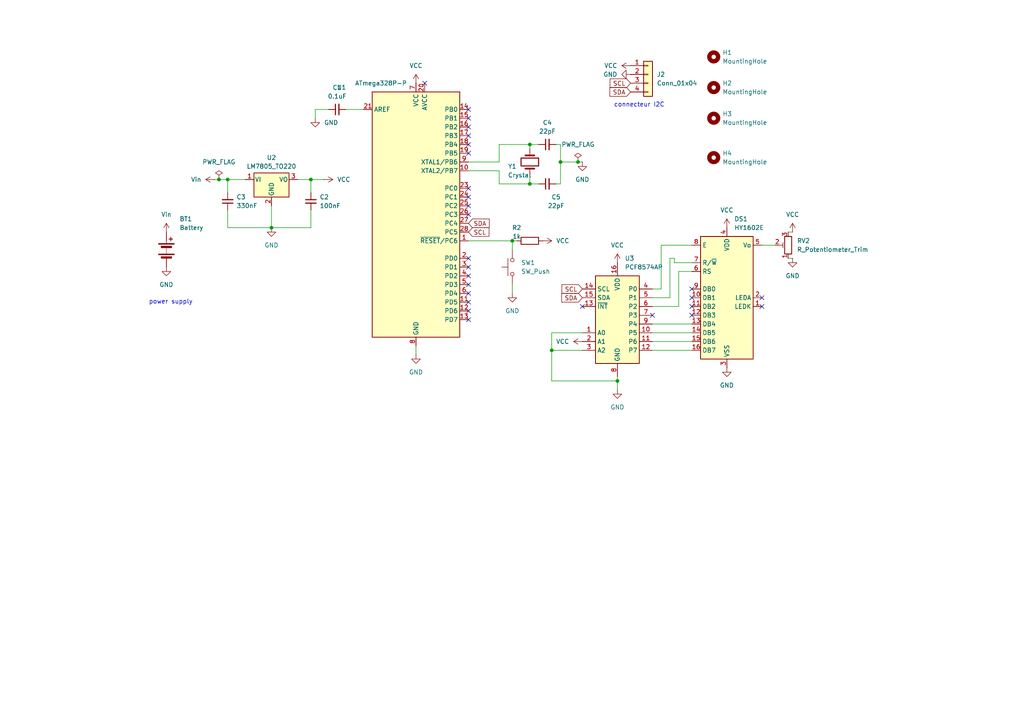
<source format=kicad_sch>
(kicad_sch
	(version 20250114)
	(generator "eeschema")
	(generator_version "9.0")
	(uuid "79be7ed3-e434-4ab8-b7e7-d2ac64774539")
	(paper "A4")
	(lib_symbols
		(symbol "Connector_Generic:Conn_01x04"
			(pin_names
				(offset 1.016)
				(hide yes)
			)
			(exclude_from_sim no)
			(in_bom yes)
			(on_board yes)
			(property "Reference" "J"
				(at 0 5.08 0)
				(effects
					(font
						(size 1.27 1.27)
					)
				)
			)
			(property "Value" "Conn_01x04"
				(at 0 -7.62 0)
				(effects
					(font
						(size 1.27 1.27)
					)
				)
			)
			(property "Footprint" ""
				(at 0 0 0)
				(effects
					(font
						(size 1.27 1.27)
					)
					(hide yes)
				)
			)
			(property "Datasheet" "~"
				(at 0 0 0)
				(effects
					(font
						(size 1.27 1.27)
					)
					(hide yes)
				)
			)
			(property "Description" "Generic connector, single row, 01x04, script generated (kicad-library-utils/schlib/autogen/connector/)"
				(at 0 0 0)
				(effects
					(font
						(size 1.27 1.27)
					)
					(hide yes)
				)
			)
			(property "ki_keywords" "connector"
				(at 0 0 0)
				(effects
					(font
						(size 1.27 1.27)
					)
					(hide yes)
				)
			)
			(property "ki_fp_filters" "Connector*:*_1x??_*"
				(at 0 0 0)
				(effects
					(font
						(size 1.27 1.27)
					)
					(hide yes)
				)
			)
			(symbol "Conn_01x04_1_1"
				(rectangle
					(start -1.27 3.81)
					(end 1.27 -6.35)
					(stroke
						(width 0.254)
						(type default)
					)
					(fill
						(type background)
					)
				)
				(rectangle
					(start -1.27 2.667)
					(end 0 2.413)
					(stroke
						(width 0.1524)
						(type default)
					)
					(fill
						(type none)
					)
				)
				(rectangle
					(start -1.27 0.127)
					(end 0 -0.127)
					(stroke
						(width 0.1524)
						(type default)
					)
					(fill
						(type none)
					)
				)
				(rectangle
					(start -1.27 -2.413)
					(end 0 -2.667)
					(stroke
						(width 0.1524)
						(type default)
					)
					(fill
						(type none)
					)
				)
				(rectangle
					(start -1.27 -4.953)
					(end 0 -5.207)
					(stroke
						(width 0.1524)
						(type default)
					)
					(fill
						(type none)
					)
				)
				(pin passive line
					(at -5.08 2.54 0)
					(length 3.81)
					(name "Pin_1"
						(effects
							(font
								(size 1.27 1.27)
							)
						)
					)
					(number "1"
						(effects
							(font
								(size 1.27 1.27)
							)
						)
					)
				)
				(pin passive line
					(at -5.08 0 0)
					(length 3.81)
					(name "Pin_2"
						(effects
							(font
								(size 1.27 1.27)
							)
						)
					)
					(number "2"
						(effects
							(font
								(size 1.27 1.27)
							)
						)
					)
				)
				(pin passive line
					(at -5.08 -2.54 0)
					(length 3.81)
					(name "Pin_3"
						(effects
							(font
								(size 1.27 1.27)
							)
						)
					)
					(number "3"
						(effects
							(font
								(size 1.27 1.27)
							)
						)
					)
				)
				(pin passive line
					(at -5.08 -5.08 0)
					(length 3.81)
					(name "Pin_4"
						(effects
							(font
								(size 1.27 1.27)
							)
						)
					)
					(number "4"
						(effects
							(font
								(size 1.27 1.27)
							)
						)
					)
				)
			)
			(embedded_fonts no)
		)
		(symbol "Device:Battery"
			(pin_numbers
				(hide yes)
			)
			(pin_names
				(offset 0)
				(hide yes)
			)
			(exclude_from_sim no)
			(in_bom yes)
			(on_board yes)
			(property "Reference" "BT"
				(at 2.54 2.54 0)
				(effects
					(font
						(size 1.27 1.27)
					)
					(justify left)
				)
			)
			(property "Value" "Battery"
				(at 2.54 0 0)
				(effects
					(font
						(size 1.27 1.27)
					)
					(justify left)
				)
			)
			(property "Footprint" ""
				(at 0 1.524 90)
				(effects
					(font
						(size 1.27 1.27)
					)
					(hide yes)
				)
			)
			(property "Datasheet" "~"
				(at 0 1.524 90)
				(effects
					(font
						(size 1.27 1.27)
					)
					(hide yes)
				)
			)
			(property "Description" "Multiple-cell battery"
				(at 0 0 0)
				(effects
					(font
						(size 1.27 1.27)
					)
					(hide yes)
				)
			)
			(property "ki_keywords" "batt voltage-source cell"
				(at 0 0 0)
				(effects
					(font
						(size 1.27 1.27)
					)
					(hide yes)
				)
			)
			(symbol "Battery_0_1"
				(rectangle
					(start -2.286 1.778)
					(end 2.286 1.524)
					(stroke
						(width 0)
						(type default)
					)
					(fill
						(type outline)
					)
				)
				(rectangle
					(start -2.286 -1.27)
					(end 2.286 -1.524)
					(stroke
						(width 0)
						(type default)
					)
					(fill
						(type outline)
					)
				)
				(rectangle
					(start -1.524 1.016)
					(end 1.524 0.508)
					(stroke
						(width 0)
						(type default)
					)
					(fill
						(type outline)
					)
				)
				(rectangle
					(start -1.524 -2.032)
					(end 1.524 -2.54)
					(stroke
						(width 0)
						(type default)
					)
					(fill
						(type outline)
					)
				)
				(polyline
					(pts
						(xy 0 1.778) (xy 0 2.54)
					)
					(stroke
						(width 0)
						(type default)
					)
					(fill
						(type none)
					)
				)
				(polyline
					(pts
						(xy 0 0) (xy 0 0.254)
					)
					(stroke
						(width 0)
						(type default)
					)
					(fill
						(type none)
					)
				)
				(polyline
					(pts
						(xy 0 -0.508) (xy 0 -0.254)
					)
					(stroke
						(width 0)
						(type default)
					)
					(fill
						(type none)
					)
				)
				(polyline
					(pts
						(xy 0 -1.016) (xy 0 -0.762)
					)
					(stroke
						(width 0)
						(type default)
					)
					(fill
						(type none)
					)
				)
				(polyline
					(pts
						(xy 0.762 3.048) (xy 1.778 3.048)
					)
					(stroke
						(width 0.254)
						(type default)
					)
					(fill
						(type none)
					)
				)
				(polyline
					(pts
						(xy 1.27 3.556) (xy 1.27 2.54)
					)
					(stroke
						(width 0.254)
						(type default)
					)
					(fill
						(type none)
					)
				)
			)
			(symbol "Battery_1_1"
				(pin passive line
					(at 0 5.08 270)
					(length 2.54)
					(name "+"
						(effects
							(font
								(size 1.27 1.27)
							)
						)
					)
					(number "1"
						(effects
							(font
								(size 1.27 1.27)
							)
						)
					)
				)
				(pin passive line
					(at 0 -5.08 90)
					(length 2.54)
					(name "-"
						(effects
							(font
								(size 1.27 1.27)
							)
						)
					)
					(number "2"
						(effects
							(font
								(size 1.27 1.27)
							)
						)
					)
				)
			)
			(embedded_fonts no)
		)
		(symbol "Device:C_Small"
			(pin_numbers
				(hide yes)
			)
			(pin_names
				(offset 0.254)
				(hide yes)
			)
			(exclude_from_sim no)
			(in_bom yes)
			(on_board yes)
			(property "Reference" "C"
				(at 0.254 1.778 0)
				(effects
					(font
						(size 1.27 1.27)
					)
					(justify left)
				)
			)
			(property "Value" "C_Small"
				(at 0.254 -2.032 0)
				(effects
					(font
						(size 1.27 1.27)
					)
					(justify left)
				)
			)
			(property "Footprint" ""
				(at 0 0 0)
				(effects
					(font
						(size 1.27 1.27)
					)
					(hide yes)
				)
			)
			(property "Datasheet" "~"
				(at 0 0 0)
				(effects
					(font
						(size 1.27 1.27)
					)
					(hide yes)
				)
			)
			(property "Description" "Unpolarized capacitor, small symbol"
				(at 0 0 0)
				(effects
					(font
						(size 1.27 1.27)
					)
					(hide yes)
				)
			)
			(property "ki_keywords" "capacitor cap"
				(at 0 0 0)
				(effects
					(font
						(size 1.27 1.27)
					)
					(hide yes)
				)
			)
			(property "ki_fp_filters" "C_*"
				(at 0 0 0)
				(effects
					(font
						(size 1.27 1.27)
					)
					(hide yes)
				)
			)
			(symbol "C_Small_0_1"
				(polyline
					(pts
						(xy -1.524 0.508) (xy 1.524 0.508)
					)
					(stroke
						(width 0.3048)
						(type default)
					)
					(fill
						(type none)
					)
				)
				(polyline
					(pts
						(xy -1.524 -0.508) (xy 1.524 -0.508)
					)
					(stroke
						(width 0.3302)
						(type default)
					)
					(fill
						(type none)
					)
				)
			)
			(symbol "C_Small_1_1"
				(pin passive line
					(at 0 2.54 270)
					(length 2.032)
					(name "~"
						(effects
							(font
								(size 1.27 1.27)
							)
						)
					)
					(number "1"
						(effects
							(font
								(size 1.27 1.27)
							)
						)
					)
				)
				(pin passive line
					(at 0 -2.54 90)
					(length 2.032)
					(name "~"
						(effects
							(font
								(size 1.27 1.27)
							)
						)
					)
					(number "2"
						(effects
							(font
								(size 1.27 1.27)
							)
						)
					)
				)
			)
			(embedded_fonts no)
		)
		(symbol "Device:Crystal"
			(pin_numbers
				(hide yes)
			)
			(pin_names
				(offset 1.016)
				(hide yes)
			)
			(exclude_from_sim no)
			(in_bom yes)
			(on_board yes)
			(property "Reference" "Y"
				(at 0 3.81 0)
				(effects
					(font
						(size 1.27 1.27)
					)
				)
			)
			(property "Value" "Crystal"
				(at 0 -3.81 0)
				(effects
					(font
						(size 1.27 1.27)
					)
				)
			)
			(property "Footprint" ""
				(at 0 0 0)
				(effects
					(font
						(size 1.27 1.27)
					)
					(hide yes)
				)
			)
			(property "Datasheet" "~"
				(at 0 0 0)
				(effects
					(font
						(size 1.27 1.27)
					)
					(hide yes)
				)
			)
			(property "Description" "Two pin crystal"
				(at 0 0 0)
				(effects
					(font
						(size 1.27 1.27)
					)
					(hide yes)
				)
			)
			(property "ki_keywords" "quartz ceramic resonator oscillator"
				(at 0 0 0)
				(effects
					(font
						(size 1.27 1.27)
					)
					(hide yes)
				)
			)
			(property "ki_fp_filters" "Crystal*"
				(at 0 0 0)
				(effects
					(font
						(size 1.27 1.27)
					)
					(hide yes)
				)
			)
			(symbol "Crystal_0_1"
				(polyline
					(pts
						(xy -2.54 0) (xy -1.905 0)
					)
					(stroke
						(width 0)
						(type default)
					)
					(fill
						(type none)
					)
				)
				(polyline
					(pts
						(xy -1.905 -1.27) (xy -1.905 1.27)
					)
					(stroke
						(width 0.508)
						(type default)
					)
					(fill
						(type none)
					)
				)
				(rectangle
					(start -1.143 2.54)
					(end 1.143 -2.54)
					(stroke
						(width 0.3048)
						(type default)
					)
					(fill
						(type none)
					)
				)
				(polyline
					(pts
						(xy 1.905 -1.27) (xy 1.905 1.27)
					)
					(stroke
						(width 0.508)
						(type default)
					)
					(fill
						(type none)
					)
				)
				(polyline
					(pts
						(xy 2.54 0) (xy 1.905 0)
					)
					(stroke
						(width 0)
						(type default)
					)
					(fill
						(type none)
					)
				)
			)
			(symbol "Crystal_1_1"
				(pin passive line
					(at -3.81 0 0)
					(length 1.27)
					(name "1"
						(effects
							(font
								(size 1.27 1.27)
							)
						)
					)
					(number "1"
						(effects
							(font
								(size 1.27 1.27)
							)
						)
					)
				)
				(pin passive line
					(at 3.81 0 180)
					(length 1.27)
					(name "2"
						(effects
							(font
								(size 1.27 1.27)
							)
						)
					)
					(number "2"
						(effects
							(font
								(size 1.27 1.27)
							)
						)
					)
				)
			)
			(embedded_fonts no)
		)
		(symbol "Device:R"
			(pin_numbers
				(hide yes)
			)
			(pin_names
				(offset 0)
			)
			(exclude_from_sim no)
			(in_bom yes)
			(on_board yes)
			(property "Reference" "R"
				(at 2.032 0 90)
				(effects
					(font
						(size 1.27 1.27)
					)
				)
			)
			(property "Value" "R"
				(at 0 0 90)
				(effects
					(font
						(size 1.27 1.27)
					)
				)
			)
			(property "Footprint" ""
				(at -1.778 0 90)
				(effects
					(font
						(size 1.27 1.27)
					)
					(hide yes)
				)
			)
			(property "Datasheet" "~"
				(at 0 0 0)
				(effects
					(font
						(size 1.27 1.27)
					)
					(hide yes)
				)
			)
			(property "Description" "Resistor"
				(at 0 0 0)
				(effects
					(font
						(size 1.27 1.27)
					)
					(hide yes)
				)
			)
			(property "ki_keywords" "R res resistor"
				(at 0 0 0)
				(effects
					(font
						(size 1.27 1.27)
					)
					(hide yes)
				)
			)
			(property "ki_fp_filters" "R_*"
				(at 0 0 0)
				(effects
					(font
						(size 1.27 1.27)
					)
					(hide yes)
				)
			)
			(symbol "R_0_1"
				(rectangle
					(start -1.016 -2.54)
					(end 1.016 2.54)
					(stroke
						(width 0.254)
						(type default)
					)
					(fill
						(type none)
					)
				)
			)
			(symbol "R_1_1"
				(pin passive line
					(at 0 3.81 270)
					(length 1.27)
					(name "~"
						(effects
							(font
								(size 1.27 1.27)
							)
						)
					)
					(number "1"
						(effects
							(font
								(size 1.27 1.27)
							)
						)
					)
				)
				(pin passive line
					(at 0 -3.81 90)
					(length 1.27)
					(name "~"
						(effects
							(font
								(size 1.27 1.27)
							)
						)
					)
					(number "2"
						(effects
							(font
								(size 1.27 1.27)
							)
						)
					)
				)
			)
			(embedded_fonts no)
		)
		(symbol "Device:R_Potentiometer_Trim"
			(pin_names
				(offset 1.016)
				(hide yes)
			)
			(exclude_from_sim no)
			(in_bom yes)
			(on_board yes)
			(property "Reference" "RV"
				(at -4.445 0 90)
				(effects
					(font
						(size 1.27 1.27)
					)
				)
			)
			(property "Value" "R_Potentiometer_Trim"
				(at -2.54 0 90)
				(effects
					(font
						(size 1.27 1.27)
					)
				)
			)
			(property "Footprint" ""
				(at 0 0 0)
				(effects
					(font
						(size 1.27 1.27)
					)
					(hide yes)
				)
			)
			(property "Datasheet" "~"
				(at 0 0 0)
				(effects
					(font
						(size 1.27 1.27)
					)
					(hide yes)
				)
			)
			(property "Description" "Trim-potentiometer"
				(at 0 0 0)
				(effects
					(font
						(size 1.27 1.27)
					)
					(hide yes)
				)
			)
			(property "ki_keywords" "resistor variable trimpot trimmer"
				(at 0 0 0)
				(effects
					(font
						(size 1.27 1.27)
					)
					(hide yes)
				)
			)
			(property "ki_fp_filters" "Potentiometer*"
				(at 0 0 0)
				(effects
					(font
						(size 1.27 1.27)
					)
					(hide yes)
				)
			)
			(symbol "R_Potentiometer_Trim_0_1"
				(rectangle
					(start 1.016 2.54)
					(end -1.016 -2.54)
					(stroke
						(width 0.254)
						(type default)
					)
					(fill
						(type none)
					)
				)
				(polyline
					(pts
						(xy 1.524 0.762) (xy 1.524 -0.762)
					)
					(stroke
						(width 0)
						(type default)
					)
					(fill
						(type none)
					)
				)
				(polyline
					(pts
						(xy 2.54 0) (xy 1.524 0)
					)
					(stroke
						(width 0)
						(type default)
					)
					(fill
						(type none)
					)
				)
			)
			(symbol "R_Potentiometer_Trim_1_1"
				(pin passive line
					(at 0 3.81 270)
					(length 1.27)
					(name "1"
						(effects
							(font
								(size 1.27 1.27)
							)
						)
					)
					(number "1"
						(effects
							(font
								(size 1.27 1.27)
							)
						)
					)
				)
				(pin passive line
					(at 0 -3.81 90)
					(length 1.27)
					(name "3"
						(effects
							(font
								(size 1.27 1.27)
							)
						)
					)
					(number "3"
						(effects
							(font
								(size 1.27 1.27)
							)
						)
					)
				)
				(pin passive line
					(at 3.81 0 180)
					(length 1.27)
					(name "2"
						(effects
							(font
								(size 1.27 1.27)
							)
						)
					)
					(number "2"
						(effects
							(font
								(size 1.27 1.27)
							)
						)
					)
				)
			)
			(embedded_fonts no)
		)
		(symbol "Display_Character:HY1602E"
			(exclude_from_sim no)
			(in_bom yes)
			(on_board yes)
			(property "Reference" "DS"
				(at -6.096 19.05 0)
				(effects
					(font
						(size 1.27 1.27)
					)
				)
			)
			(property "Value" "HY1602E"
				(at 5.08 19.05 0)
				(effects
					(font
						(size 1.27 1.27)
					)
				)
			)
			(property "Footprint" "Display:HY1602E"
				(at 0 -22.86 0)
				(effects
					(font
						(size 1.27 1.27)
						(italic yes)
					)
					(hide yes)
				)
			)
			(property "Datasheet" "http://www.icbank.com/data/ICBShop/board/HY1602E.pdf"
				(at 5.08 2.54 0)
				(effects
					(font
						(size 1.27 1.27)
					)
					(hide yes)
				)
			)
			(property "Description" "LCD 16x2 Alphanumeric 16pin Blue/Yellow/Green Backlight, 8bit parallel, 5V VDD"
				(at 0 0 0)
				(effects
					(font
						(size 1.27 1.27)
					)
					(hide yes)
				)
			)
			(property "ki_keywords" "display LCD 7-segment"
				(at 0 0 0)
				(effects
					(font
						(size 1.27 1.27)
					)
					(hide yes)
				)
			)
			(property "ki_fp_filters" "*HY1602E*"
				(at 0 0 0)
				(effects
					(font
						(size 1.27 1.27)
					)
					(hide yes)
				)
			)
			(symbol "HY1602E_0_1"
				(rectangle
					(start -7.62 17.78)
					(end 7.62 -17.78)
					(stroke
						(width 0.254)
						(type default)
					)
					(fill
						(type background)
					)
				)
			)
			(symbol "HY1602E_1_1"
				(pin input line
					(at -10.16 15.24 0)
					(length 2.54)
					(name "E"
						(effects
							(font
								(size 1.27 1.27)
							)
						)
					)
					(number "8"
						(effects
							(font
								(size 1.27 1.27)
							)
						)
					)
				)
				(pin input line
					(at -10.16 10.16 0)
					(length 2.54)
					(name "R/~{W}"
						(effects
							(font
								(size 1.27 1.27)
							)
						)
					)
					(number "7"
						(effects
							(font
								(size 1.27 1.27)
							)
						)
					)
				)
				(pin input line
					(at -10.16 7.62 0)
					(length 2.54)
					(name "RS"
						(effects
							(font
								(size 1.27 1.27)
							)
						)
					)
					(number "6"
						(effects
							(font
								(size 1.27 1.27)
							)
						)
					)
				)
				(pin bidirectional line
					(at -10.16 2.54 0)
					(length 2.54)
					(name "DB0"
						(effects
							(font
								(size 1.27 1.27)
							)
						)
					)
					(number "9"
						(effects
							(font
								(size 1.27 1.27)
							)
						)
					)
				)
				(pin bidirectional line
					(at -10.16 0 0)
					(length 2.54)
					(name "DB1"
						(effects
							(font
								(size 1.27 1.27)
							)
						)
					)
					(number "10"
						(effects
							(font
								(size 1.27 1.27)
							)
						)
					)
				)
				(pin bidirectional line
					(at -10.16 -2.54 0)
					(length 2.54)
					(name "DB2"
						(effects
							(font
								(size 1.27 1.27)
							)
						)
					)
					(number "11"
						(effects
							(font
								(size 1.27 1.27)
							)
						)
					)
				)
				(pin bidirectional line
					(at -10.16 -5.08 0)
					(length 2.54)
					(name "DB3"
						(effects
							(font
								(size 1.27 1.27)
							)
						)
					)
					(number "12"
						(effects
							(font
								(size 1.27 1.27)
							)
						)
					)
				)
				(pin bidirectional line
					(at -10.16 -7.62 0)
					(length 2.54)
					(name "DB4"
						(effects
							(font
								(size 1.27 1.27)
							)
						)
					)
					(number "13"
						(effects
							(font
								(size 1.27 1.27)
							)
						)
					)
				)
				(pin bidirectional line
					(at -10.16 -10.16 0)
					(length 2.54)
					(name "DB5"
						(effects
							(font
								(size 1.27 1.27)
							)
						)
					)
					(number "14"
						(effects
							(font
								(size 1.27 1.27)
							)
						)
					)
				)
				(pin bidirectional line
					(at -10.16 -12.7 0)
					(length 2.54)
					(name "DB6"
						(effects
							(font
								(size 1.27 1.27)
							)
						)
					)
					(number "15"
						(effects
							(font
								(size 1.27 1.27)
							)
						)
					)
				)
				(pin bidirectional line
					(at -10.16 -15.24 0)
					(length 2.54)
					(name "DB7"
						(effects
							(font
								(size 1.27 1.27)
							)
						)
					)
					(number "16"
						(effects
							(font
								(size 1.27 1.27)
							)
						)
					)
				)
				(pin power_in line
					(at 0 20.32 270)
					(length 2.54)
					(name "VDD"
						(effects
							(font
								(size 1.27 1.27)
							)
						)
					)
					(number "4"
						(effects
							(font
								(size 1.27 1.27)
							)
						)
					)
				)
				(pin power_in line
					(at 0 -20.32 90)
					(length 2.54)
					(name "VSS"
						(effects
							(font
								(size 1.27 1.27)
							)
						)
					)
					(number "3"
						(effects
							(font
								(size 1.27 1.27)
							)
						)
					)
				)
				(pin input line
					(at 10.16 15.24 180)
					(length 2.54)
					(name "Vo"
						(effects
							(font
								(size 1.27 1.27)
							)
						)
					)
					(number "5"
						(effects
							(font
								(size 1.27 1.27)
							)
						)
					)
				)
				(pin passive line
					(at 10.16 0 180)
					(length 2.54)
					(name "LEDA"
						(effects
							(font
								(size 1.27 1.27)
							)
						)
					)
					(number "2"
						(effects
							(font
								(size 1.27 1.27)
							)
						)
					)
				)
				(pin passive line
					(at 10.16 -2.54 180)
					(length 2.54)
					(name "LEDK"
						(effects
							(font
								(size 1.27 1.27)
							)
						)
					)
					(number "1"
						(effects
							(font
								(size 1.27 1.27)
							)
						)
					)
				)
			)
			(embedded_fonts no)
		)
		(symbol "Interface_Expansion:PCF8574AP"
			(exclude_from_sim no)
			(in_bom yes)
			(on_board yes)
			(property "Reference" "U"
				(at -6.35 12.954 0)
				(effects
					(font
						(size 1.27 1.27)
					)
					(justify left)
				)
			)
			(property "Value" "PCF8574AP"
				(at 3.048 12.954 0)
				(effects
					(font
						(size 1.27 1.27)
					)
					(justify left)
				)
			)
			(property "Footprint" "Package_DIP:DIP-16_W7.62mm"
				(at 0 0 0)
				(effects
					(font
						(size 1.27 1.27)
					)
					(hide yes)
				)
			)
			(property "Datasheet" "http://www.nxp.com/docs/en/data-sheet/PCF8574_PCF8574A.pdf"
				(at 0 0 0)
				(effects
					(font
						(size 1.27 1.27)
					)
					(hide yes)
				)
			)
			(property "Description" "8 Bit Port/Expander to I2C Bus, fixed address bits 0b0111, DIP-16"
				(at 0 0 0)
				(effects
					(font
						(size 1.27 1.27)
					)
					(hide yes)
				)
			)
			(property "ki_keywords" "I2C Expander"
				(at 0 0 0)
				(effects
					(font
						(size 1.27 1.27)
					)
					(hide yes)
				)
			)
			(property "ki_fp_filters" "DIP*W7.62mm*"
				(at 0 0 0)
				(effects
					(font
						(size 1.27 1.27)
					)
					(hide yes)
				)
			)
			(symbol "PCF8574AP_0_1"
				(rectangle
					(start -6.35 -13.97)
					(end 6.35 11.43)
					(stroke
						(width 0.254)
						(type default)
					)
					(fill
						(type background)
					)
				)
			)
			(symbol "PCF8574AP_1_1"
				(pin input line
					(at -10.16 7.62 0)
					(length 3.81)
					(name "SCL"
						(effects
							(font
								(size 1.27 1.27)
							)
						)
					)
					(number "14"
						(effects
							(font
								(size 1.27 1.27)
							)
						)
					)
				)
				(pin bidirectional line
					(at -10.16 5.08 0)
					(length 3.81)
					(name "SDA"
						(effects
							(font
								(size 1.27 1.27)
							)
						)
					)
					(number "15"
						(effects
							(font
								(size 1.27 1.27)
							)
						)
					)
				)
				(pin open_collector line
					(at -10.16 2.54 0)
					(length 3.81)
					(name "~{INT}"
						(effects
							(font
								(size 1.27 1.27)
							)
						)
					)
					(number "13"
						(effects
							(font
								(size 1.27 1.27)
							)
						)
					)
				)
				(pin input line
					(at -10.16 -5.08 0)
					(length 3.81)
					(name "A0"
						(effects
							(font
								(size 1.27 1.27)
							)
						)
					)
					(number "1"
						(effects
							(font
								(size 1.27 1.27)
							)
						)
					)
				)
				(pin input line
					(at -10.16 -7.62 0)
					(length 3.81)
					(name "A1"
						(effects
							(font
								(size 1.27 1.27)
							)
						)
					)
					(number "2"
						(effects
							(font
								(size 1.27 1.27)
							)
						)
					)
				)
				(pin input line
					(at -10.16 -10.16 0)
					(length 3.81)
					(name "A2"
						(effects
							(font
								(size 1.27 1.27)
							)
						)
					)
					(number "3"
						(effects
							(font
								(size 1.27 1.27)
							)
						)
					)
				)
				(pin power_in line
					(at 0 15.24 270)
					(length 3.81)
					(name "VDD"
						(effects
							(font
								(size 1.27 1.27)
							)
						)
					)
					(number "16"
						(effects
							(font
								(size 1.27 1.27)
							)
						)
					)
				)
				(pin power_in line
					(at 0 -17.78 90)
					(length 3.81)
					(name "GND"
						(effects
							(font
								(size 1.27 1.27)
							)
						)
					)
					(number "8"
						(effects
							(font
								(size 1.27 1.27)
							)
						)
					)
				)
				(pin bidirectional line
					(at 10.16 7.62 180)
					(length 3.81)
					(name "P0"
						(effects
							(font
								(size 1.27 1.27)
							)
						)
					)
					(number "4"
						(effects
							(font
								(size 1.27 1.27)
							)
						)
					)
				)
				(pin bidirectional line
					(at 10.16 5.08 180)
					(length 3.81)
					(name "P1"
						(effects
							(font
								(size 1.27 1.27)
							)
						)
					)
					(number "5"
						(effects
							(font
								(size 1.27 1.27)
							)
						)
					)
				)
				(pin bidirectional line
					(at 10.16 2.54 180)
					(length 3.81)
					(name "P2"
						(effects
							(font
								(size 1.27 1.27)
							)
						)
					)
					(number "6"
						(effects
							(font
								(size 1.27 1.27)
							)
						)
					)
				)
				(pin bidirectional line
					(at 10.16 0 180)
					(length 3.81)
					(name "P3"
						(effects
							(font
								(size 1.27 1.27)
							)
						)
					)
					(number "7"
						(effects
							(font
								(size 1.27 1.27)
							)
						)
					)
				)
				(pin bidirectional line
					(at 10.16 -2.54 180)
					(length 3.81)
					(name "P4"
						(effects
							(font
								(size 1.27 1.27)
							)
						)
					)
					(number "9"
						(effects
							(font
								(size 1.27 1.27)
							)
						)
					)
				)
				(pin bidirectional line
					(at 10.16 -5.08 180)
					(length 3.81)
					(name "P5"
						(effects
							(font
								(size 1.27 1.27)
							)
						)
					)
					(number "10"
						(effects
							(font
								(size 1.27 1.27)
							)
						)
					)
				)
				(pin bidirectional line
					(at 10.16 -7.62 180)
					(length 3.81)
					(name "P6"
						(effects
							(font
								(size 1.27 1.27)
							)
						)
					)
					(number "11"
						(effects
							(font
								(size 1.27 1.27)
							)
						)
					)
				)
				(pin bidirectional line
					(at 10.16 -10.16 180)
					(length 3.81)
					(name "P7"
						(effects
							(font
								(size 1.27 1.27)
							)
						)
					)
					(number "12"
						(effects
							(font
								(size 1.27 1.27)
							)
						)
					)
				)
			)
			(embedded_fonts no)
		)
		(symbol "MCU_Microchip_ATmega:ATmega328P-P"
			(exclude_from_sim no)
			(in_bom yes)
			(on_board yes)
			(property "Reference" "U"
				(at -12.7 36.83 0)
				(effects
					(font
						(size 1.27 1.27)
					)
					(justify left bottom)
				)
			)
			(property "Value" "ATmega328P-P"
				(at 2.54 -36.83 0)
				(effects
					(font
						(size 1.27 1.27)
					)
					(justify left top)
				)
			)
			(property "Footprint" "Package_DIP:DIP-28_W7.62mm"
				(at 0 0 0)
				(effects
					(font
						(size 1.27 1.27)
						(italic yes)
					)
					(hide yes)
				)
			)
			(property "Datasheet" "http://ww1.microchip.com/downloads/en/DeviceDoc/ATmega328_P%20AVR%20MCU%20with%20picoPower%20Technology%20Data%20Sheet%2040001984A.pdf"
				(at 0 0 0)
				(effects
					(font
						(size 1.27 1.27)
					)
					(hide yes)
				)
			)
			(property "Description" "20MHz, 32kB Flash, 2kB SRAM, 1kB EEPROM, DIP-28"
				(at 0 0 0)
				(effects
					(font
						(size 1.27 1.27)
					)
					(hide yes)
				)
			)
			(property "ki_keywords" "AVR 8bit Microcontroller MegaAVR PicoPower"
				(at 0 0 0)
				(effects
					(font
						(size 1.27 1.27)
					)
					(hide yes)
				)
			)
			(property "ki_fp_filters" "DIP*W7.62mm*"
				(at 0 0 0)
				(effects
					(font
						(size 1.27 1.27)
					)
					(hide yes)
				)
			)
			(symbol "ATmega328P-P_0_1"
				(rectangle
					(start -12.7 -35.56)
					(end 12.7 35.56)
					(stroke
						(width 0.254)
						(type default)
					)
					(fill
						(type background)
					)
				)
			)
			(symbol "ATmega328P-P_1_1"
				(pin passive line
					(at -15.24 30.48 0)
					(length 2.54)
					(name "AREF"
						(effects
							(font
								(size 1.27 1.27)
							)
						)
					)
					(number "21"
						(effects
							(font
								(size 1.27 1.27)
							)
						)
					)
				)
				(pin power_in line
					(at 0 38.1 270)
					(length 2.54)
					(name "VCC"
						(effects
							(font
								(size 1.27 1.27)
							)
						)
					)
					(number "7"
						(effects
							(font
								(size 1.27 1.27)
							)
						)
					)
				)
				(pin passive line
					(at 0 -38.1 90)
					(length 2.54)
					(hide yes)
					(name "GND"
						(effects
							(font
								(size 1.27 1.27)
							)
						)
					)
					(number "22"
						(effects
							(font
								(size 1.27 1.27)
							)
						)
					)
				)
				(pin power_in line
					(at 0 -38.1 90)
					(length 2.54)
					(name "GND"
						(effects
							(font
								(size 1.27 1.27)
							)
						)
					)
					(number "8"
						(effects
							(font
								(size 1.27 1.27)
							)
						)
					)
				)
				(pin power_in line
					(at 2.54 38.1 270)
					(length 2.54)
					(name "AVCC"
						(effects
							(font
								(size 1.27 1.27)
							)
						)
					)
					(number "20"
						(effects
							(font
								(size 1.27 1.27)
							)
						)
					)
				)
				(pin bidirectional line
					(at 15.24 30.48 180)
					(length 2.54)
					(name "PB0"
						(effects
							(font
								(size 1.27 1.27)
							)
						)
					)
					(number "14"
						(effects
							(font
								(size 1.27 1.27)
							)
						)
					)
				)
				(pin bidirectional line
					(at 15.24 27.94 180)
					(length 2.54)
					(name "PB1"
						(effects
							(font
								(size 1.27 1.27)
							)
						)
					)
					(number "15"
						(effects
							(font
								(size 1.27 1.27)
							)
						)
					)
				)
				(pin bidirectional line
					(at 15.24 25.4 180)
					(length 2.54)
					(name "PB2"
						(effects
							(font
								(size 1.27 1.27)
							)
						)
					)
					(number "16"
						(effects
							(font
								(size 1.27 1.27)
							)
						)
					)
				)
				(pin bidirectional line
					(at 15.24 22.86 180)
					(length 2.54)
					(name "PB3"
						(effects
							(font
								(size 1.27 1.27)
							)
						)
					)
					(number "17"
						(effects
							(font
								(size 1.27 1.27)
							)
						)
					)
				)
				(pin bidirectional line
					(at 15.24 20.32 180)
					(length 2.54)
					(name "PB4"
						(effects
							(font
								(size 1.27 1.27)
							)
						)
					)
					(number "18"
						(effects
							(font
								(size 1.27 1.27)
							)
						)
					)
				)
				(pin bidirectional line
					(at 15.24 17.78 180)
					(length 2.54)
					(name "PB5"
						(effects
							(font
								(size 1.27 1.27)
							)
						)
					)
					(number "19"
						(effects
							(font
								(size 1.27 1.27)
							)
						)
					)
				)
				(pin bidirectional line
					(at 15.24 15.24 180)
					(length 2.54)
					(name "XTAL1/PB6"
						(effects
							(font
								(size 1.27 1.27)
							)
						)
					)
					(number "9"
						(effects
							(font
								(size 1.27 1.27)
							)
						)
					)
				)
				(pin bidirectional line
					(at 15.24 12.7 180)
					(length 2.54)
					(name "XTAL2/PB7"
						(effects
							(font
								(size 1.27 1.27)
							)
						)
					)
					(number "10"
						(effects
							(font
								(size 1.27 1.27)
							)
						)
					)
				)
				(pin bidirectional line
					(at 15.24 7.62 180)
					(length 2.54)
					(name "PC0"
						(effects
							(font
								(size 1.27 1.27)
							)
						)
					)
					(number "23"
						(effects
							(font
								(size 1.27 1.27)
							)
						)
					)
				)
				(pin bidirectional line
					(at 15.24 5.08 180)
					(length 2.54)
					(name "PC1"
						(effects
							(font
								(size 1.27 1.27)
							)
						)
					)
					(number "24"
						(effects
							(font
								(size 1.27 1.27)
							)
						)
					)
				)
				(pin bidirectional line
					(at 15.24 2.54 180)
					(length 2.54)
					(name "PC2"
						(effects
							(font
								(size 1.27 1.27)
							)
						)
					)
					(number "25"
						(effects
							(font
								(size 1.27 1.27)
							)
						)
					)
				)
				(pin bidirectional line
					(at 15.24 0 180)
					(length 2.54)
					(name "PC3"
						(effects
							(font
								(size 1.27 1.27)
							)
						)
					)
					(number "26"
						(effects
							(font
								(size 1.27 1.27)
							)
						)
					)
				)
				(pin bidirectional line
					(at 15.24 -2.54 180)
					(length 2.54)
					(name "PC4"
						(effects
							(font
								(size 1.27 1.27)
							)
						)
					)
					(number "27"
						(effects
							(font
								(size 1.27 1.27)
							)
						)
					)
				)
				(pin bidirectional line
					(at 15.24 -5.08 180)
					(length 2.54)
					(name "PC5"
						(effects
							(font
								(size 1.27 1.27)
							)
						)
					)
					(number "28"
						(effects
							(font
								(size 1.27 1.27)
							)
						)
					)
				)
				(pin bidirectional line
					(at 15.24 -7.62 180)
					(length 2.54)
					(name "~{RESET}/PC6"
						(effects
							(font
								(size 1.27 1.27)
							)
						)
					)
					(number "1"
						(effects
							(font
								(size 1.27 1.27)
							)
						)
					)
				)
				(pin bidirectional line
					(at 15.24 -12.7 180)
					(length 2.54)
					(name "PD0"
						(effects
							(font
								(size 1.27 1.27)
							)
						)
					)
					(number "2"
						(effects
							(font
								(size 1.27 1.27)
							)
						)
					)
				)
				(pin bidirectional line
					(at 15.24 -15.24 180)
					(length 2.54)
					(name "PD1"
						(effects
							(font
								(size 1.27 1.27)
							)
						)
					)
					(number "3"
						(effects
							(font
								(size 1.27 1.27)
							)
						)
					)
				)
				(pin bidirectional line
					(at 15.24 -17.78 180)
					(length 2.54)
					(name "PD2"
						(effects
							(font
								(size 1.27 1.27)
							)
						)
					)
					(number "4"
						(effects
							(font
								(size 1.27 1.27)
							)
						)
					)
				)
				(pin bidirectional line
					(at 15.24 -20.32 180)
					(length 2.54)
					(name "PD3"
						(effects
							(font
								(size 1.27 1.27)
							)
						)
					)
					(number "5"
						(effects
							(font
								(size 1.27 1.27)
							)
						)
					)
				)
				(pin bidirectional line
					(at 15.24 -22.86 180)
					(length 2.54)
					(name "PD4"
						(effects
							(font
								(size 1.27 1.27)
							)
						)
					)
					(number "6"
						(effects
							(font
								(size 1.27 1.27)
							)
						)
					)
				)
				(pin bidirectional line
					(at 15.24 -25.4 180)
					(length 2.54)
					(name "PD5"
						(effects
							(font
								(size 1.27 1.27)
							)
						)
					)
					(number "11"
						(effects
							(font
								(size 1.27 1.27)
							)
						)
					)
				)
				(pin bidirectional line
					(at 15.24 -27.94 180)
					(length 2.54)
					(name "PD6"
						(effects
							(font
								(size 1.27 1.27)
							)
						)
					)
					(number "12"
						(effects
							(font
								(size 1.27 1.27)
							)
						)
					)
				)
				(pin bidirectional line
					(at 15.24 -30.48 180)
					(length 2.54)
					(name "PD7"
						(effects
							(font
								(size 1.27 1.27)
							)
						)
					)
					(number "13"
						(effects
							(font
								(size 1.27 1.27)
							)
						)
					)
				)
			)
			(embedded_fonts no)
		)
		(symbol "Mechanical:MountingHole"
			(pin_names
				(offset 1.016)
			)
			(exclude_from_sim no)
			(in_bom no)
			(on_board yes)
			(property "Reference" "H"
				(at 0 5.08 0)
				(effects
					(font
						(size 1.27 1.27)
					)
				)
			)
			(property "Value" "MountingHole"
				(at 0 3.175 0)
				(effects
					(font
						(size 1.27 1.27)
					)
				)
			)
			(property "Footprint" ""
				(at 0 0 0)
				(effects
					(font
						(size 1.27 1.27)
					)
					(hide yes)
				)
			)
			(property "Datasheet" "~"
				(at 0 0 0)
				(effects
					(font
						(size 1.27 1.27)
					)
					(hide yes)
				)
			)
			(property "Description" "Mounting Hole without connection"
				(at 0 0 0)
				(effects
					(font
						(size 1.27 1.27)
					)
					(hide yes)
				)
			)
			(property "ki_keywords" "mounting hole"
				(at 0 0 0)
				(effects
					(font
						(size 1.27 1.27)
					)
					(hide yes)
				)
			)
			(property "ki_fp_filters" "MountingHole*"
				(at 0 0 0)
				(effects
					(font
						(size 1.27 1.27)
					)
					(hide yes)
				)
			)
			(symbol "MountingHole_0_1"
				(circle
					(center 0 0)
					(radius 1.27)
					(stroke
						(width 1.27)
						(type default)
					)
					(fill
						(type none)
					)
				)
			)
			(embedded_fonts no)
		)
		(symbol "Regulator_Linear:LM7805_TO220"
			(pin_names
				(offset 0.254)
			)
			(exclude_from_sim no)
			(in_bom yes)
			(on_board yes)
			(property "Reference" "U"
				(at -3.81 3.175 0)
				(effects
					(font
						(size 1.27 1.27)
					)
				)
			)
			(property "Value" "LM7805_TO220"
				(at 0 3.175 0)
				(effects
					(font
						(size 1.27 1.27)
					)
					(justify left)
				)
			)
			(property "Footprint" "Package_TO_SOT_THT:TO-220-3_Vertical"
				(at 0 5.715 0)
				(effects
					(font
						(size 1.27 1.27)
						(italic yes)
					)
					(hide yes)
				)
			)
			(property "Datasheet" "https://www.onsemi.cn/PowerSolutions/document/MC7800-D.PDF"
				(at 0 -1.27 0)
				(effects
					(font
						(size 1.27 1.27)
					)
					(hide yes)
				)
			)
			(property "Description" "Positive 1A 35V Linear Regulator, Fixed Output 5V, TO-220"
				(at 0 0 0)
				(effects
					(font
						(size 1.27 1.27)
					)
					(hide yes)
				)
			)
			(property "ki_keywords" "Voltage Regulator 1A Positive"
				(at 0 0 0)
				(effects
					(font
						(size 1.27 1.27)
					)
					(hide yes)
				)
			)
			(property "ki_fp_filters" "TO?220*"
				(at 0 0 0)
				(effects
					(font
						(size 1.27 1.27)
					)
					(hide yes)
				)
			)
			(symbol "LM7805_TO220_0_1"
				(rectangle
					(start -5.08 1.905)
					(end 5.08 -5.08)
					(stroke
						(width 0.254)
						(type default)
					)
					(fill
						(type background)
					)
				)
			)
			(symbol "LM7805_TO220_1_1"
				(pin power_in line
					(at -7.62 0 0)
					(length 2.54)
					(name "VI"
						(effects
							(font
								(size 1.27 1.27)
							)
						)
					)
					(number "1"
						(effects
							(font
								(size 1.27 1.27)
							)
						)
					)
				)
				(pin power_in line
					(at 0 -7.62 90)
					(length 2.54)
					(name "GND"
						(effects
							(font
								(size 1.27 1.27)
							)
						)
					)
					(number "2"
						(effects
							(font
								(size 1.27 1.27)
							)
						)
					)
				)
				(pin power_out line
					(at 7.62 0 180)
					(length 2.54)
					(name "VO"
						(effects
							(font
								(size 1.27 1.27)
							)
						)
					)
					(number "3"
						(effects
							(font
								(size 1.27 1.27)
							)
						)
					)
				)
			)
			(embedded_fonts no)
		)
		(symbol "Switch:SW_Push"
			(pin_numbers
				(hide yes)
			)
			(pin_names
				(offset 1.016)
				(hide yes)
			)
			(exclude_from_sim no)
			(in_bom yes)
			(on_board yes)
			(property "Reference" "SW"
				(at 1.27 2.54 0)
				(effects
					(font
						(size 1.27 1.27)
					)
					(justify left)
				)
			)
			(property "Value" "SW_Push"
				(at 0 -1.524 0)
				(effects
					(font
						(size 1.27 1.27)
					)
				)
			)
			(property "Footprint" ""
				(at 0 5.08 0)
				(effects
					(font
						(size 1.27 1.27)
					)
					(hide yes)
				)
			)
			(property "Datasheet" "~"
				(at 0 5.08 0)
				(effects
					(font
						(size 1.27 1.27)
					)
					(hide yes)
				)
			)
			(property "Description" "Push button switch, generic, two pins"
				(at 0 0 0)
				(effects
					(font
						(size 1.27 1.27)
					)
					(hide yes)
				)
			)
			(property "ki_keywords" "switch normally-open pushbutton push-button"
				(at 0 0 0)
				(effects
					(font
						(size 1.27 1.27)
					)
					(hide yes)
				)
			)
			(symbol "SW_Push_0_1"
				(circle
					(center -2.032 0)
					(radius 0.508)
					(stroke
						(width 0)
						(type default)
					)
					(fill
						(type none)
					)
				)
				(polyline
					(pts
						(xy 0 1.27) (xy 0 3.048)
					)
					(stroke
						(width 0)
						(type default)
					)
					(fill
						(type none)
					)
				)
				(circle
					(center 2.032 0)
					(radius 0.508)
					(stroke
						(width 0)
						(type default)
					)
					(fill
						(type none)
					)
				)
				(polyline
					(pts
						(xy 2.54 1.27) (xy -2.54 1.27)
					)
					(stroke
						(width 0)
						(type default)
					)
					(fill
						(type none)
					)
				)
				(pin passive line
					(at -5.08 0 0)
					(length 2.54)
					(name "1"
						(effects
							(font
								(size 1.27 1.27)
							)
						)
					)
					(number "1"
						(effects
							(font
								(size 1.27 1.27)
							)
						)
					)
				)
				(pin passive line
					(at 5.08 0 180)
					(length 2.54)
					(name "2"
						(effects
							(font
								(size 1.27 1.27)
							)
						)
					)
					(number "2"
						(effects
							(font
								(size 1.27 1.27)
							)
						)
					)
				)
			)
			(embedded_fonts no)
		)
		(symbol "power:+5V"
			(power)
			(pin_numbers
				(hide yes)
			)
			(pin_names
				(offset 0)
				(hide yes)
			)
			(exclude_from_sim no)
			(in_bom yes)
			(on_board yes)
			(property "Reference" "#PWR"
				(at 0 -3.81 0)
				(effects
					(font
						(size 1.27 1.27)
					)
					(hide yes)
				)
			)
			(property "Value" "+5V"
				(at 0 3.556 0)
				(effects
					(font
						(size 1.27 1.27)
					)
				)
			)
			(property "Footprint" ""
				(at 0 0 0)
				(effects
					(font
						(size 1.27 1.27)
					)
					(hide yes)
				)
			)
			(property "Datasheet" ""
				(at 0 0 0)
				(effects
					(font
						(size 1.27 1.27)
					)
					(hide yes)
				)
			)
			(property "Description" "Power symbol creates a global label with name \"+5V\""
				(at 0 0 0)
				(effects
					(font
						(size 1.27 1.27)
					)
					(hide yes)
				)
			)
			(property "ki_keywords" "global power"
				(at 0 0 0)
				(effects
					(font
						(size 1.27 1.27)
					)
					(hide yes)
				)
			)
			(symbol "+5V_0_1"
				(polyline
					(pts
						(xy -0.762 1.27) (xy 0 2.54)
					)
					(stroke
						(width 0)
						(type default)
					)
					(fill
						(type none)
					)
				)
				(polyline
					(pts
						(xy 0 2.54) (xy 0.762 1.27)
					)
					(stroke
						(width 0)
						(type default)
					)
					(fill
						(type none)
					)
				)
				(polyline
					(pts
						(xy 0 0) (xy 0 2.54)
					)
					(stroke
						(width 0)
						(type default)
					)
					(fill
						(type none)
					)
				)
			)
			(symbol "+5V_1_1"
				(pin power_in line
					(at 0 0 90)
					(length 0)
					(name "~"
						(effects
							(font
								(size 1.27 1.27)
							)
						)
					)
					(number "1"
						(effects
							(font
								(size 1.27 1.27)
							)
						)
					)
				)
			)
			(embedded_fonts no)
		)
		(symbol "power:GND"
			(power)
			(pin_numbers
				(hide yes)
			)
			(pin_names
				(offset 0)
				(hide yes)
			)
			(exclude_from_sim no)
			(in_bom yes)
			(on_board yes)
			(property "Reference" "#PWR"
				(at 0 -6.35 0)
				(effects
					(font
						(size 1.27 1.27)
					)
					(hide yes)
				)
			)
			(property "Value" "GND"
				(at 0 -3.81 0)
				(effects
					(font
						(size 1.27 1.27)
					)
				)
			)
			(property "Footprint" ""
				(at 0 0 0)
				(effects
					(font
						(size 1.27 1.27)
					)
					(hide yes)
				)
			)
			(property "Datasheet" ""
				(at 0 0 0)
				(effects
					(font
						(size 1.27 1.27)
					)
					(hide yes)
				)
			)
			(property "Description" "Power symbol creates a global label with name \"GND\" , ground"
				(at 0 0 0)
				(effects
					(font
						(size 1.27 1.27)
					)
					(hide yes)
				)
			)
			(property "ki_keywords" "global power"
				(at 0 0 0)
				(effects
					(font
						(size 1.27 1.27)
					)
					(hide yes)
				)
			)
			(symbol "GND_0_1"
				(polyline
					(pts
						(xy 0 0) (xy 0 -1.27) (xy 1.27 -1.27) (xy 0 -2.54) (xy -1.27 -1.27) (xy 0 -1.27)
					)
					(stroke
						(width 0)
						(type default)
					)
					(fill
						(type none)
					)
				)
			)
			(symbol "GND_1_1"
				(pin power_in line
					(at 0 0 270)
					(length 0)
					(name "~"
						(effects
							(font
								(size 1.27 1.27)
							)
						)
					)
					(number "1"
						(effects
							(font
								(size 1.27 1.27)
							)
						)
					)
				)
			)
			(embedded_fonts no)
		)
		(symbol "power:PWR_FLAG"
			(power)
			(pin_numbers
				(hide yes)
			)
			(pin_names
				(offset 0)
				(hide yes)
			)
			(exclude_from_sim no)
			(in_bom yes)
			(on_board yes)
			(property "Reference" "#FLG"
				(at 0 1.905 0)
				(effects
					(font
						(size 1.27 1.27)
					)
					(hide yes)
				)
			)
			(property "Value" "PWR_FLAG"
				(at 0 3.81 0)
				(effects
					(font
						(size 1.27 1.27)
					)
				)
			)
			(property "Footprint" ""
				(at 0 0 0)
				(effects
					(font
						(size 1.27 1.27)
					)
					(hide yes)
				)
			)
			(property "Datasheet" "~"
				(at 0 0 0)
				(effects
					(font
						(size 1.27 1.27)
					)
					(hide yes)
				)
			)
			(property "Description" "Special symbol for telling ERC where power comes from"
				(at 0 0 0)
				(effects
					(font
						(size 1.27 1.27)
					)
					(hide yes)
				)
			)
			(property "ki_keywords" "flag power"
				(at 0 0 0)
				(effects
					(font
						(size 1.27 1.27)
					)
					(hide yes)
				)
			)
			(symbol "PWR_FLAG_0_0"
				(pin power_out line
					(at 0 0 90)
					(length 0)
					(name "~"
						(effects
							(font
								(size 1.27 1.27)
							)
						)
					)
					(number "1"
						(effects
							(font
								(size 1.27 1.27)
							)
						)
					)
				)
			)
			(symbol "PWR_FLAG_0_1"
				(polyline
					(pts
						(xy 0 0) (xy 0 1.27) (xy -1.016 1.905) (xy 0 2.54) (xy 1.016 1.905) (xy 0 1.27)
					)
					(stroke
						(width 0)
						(type default)
					)
					(fill
						(type none)
					)
				)
			)
			(embedded_fonts no)
		)
		(symbol "power:VCC"
			(power)
			(pin_numbers
				(hide yes)
			)
			(pin_names
				(offset 0)
				(hide yes)
			)
			(exclude_from_sim no)
			(in_bom yes)
			(on_board yes)
			(property "Reference" "#PWR"
				(at 0 -3.81 0)
				(effects
					(font
						(size 1.27 1.27)
					)
					(hide yes)
				)
			)
			(property "Value" "VCC"
				(at 0 3.556 0)
				(effects
					(font
						(size 1.27 1.27)
					)
				)
			)
			(property "Footprint" ""
				(at 0 0 0)
				(effects
					(font
						(size 1.27 1.27)
					)
					(hide yes)
				)
			)
			(property "Datasheet" ""
				(at 0 0 0)
				(effects
					(font
						(size 1.27 1.27)
					)
					(hide yes)
				)
			)
			(property "Description" "Power symbol creates a global label with name \"VCC\""
				(at 0 0 0)
				(effects
					(font
						(size 1.27 1.27)
					)
					(hide yes)
				)
			)
			(property "ki_keywords" "global power"
				(at 0 0 0)
				(effects
					(font
						(size 1.27 1.27)
					)
					(hide yes)
				)
			)
			(symbol "VCC_0_1"
				(polyline
					(pts
						(xy -0.762 1.27) (xy 0 2.54)
					)
					(stroke
						(width 0)
						(type default)
					)
					(fill
						(type none)
					)
				)
				(polyline
					(pts
						(xy 0 2.54) (xy 0.762 1.27)
					)
					(stroke
						(width 0)
						(type default)
					)
					(fill
						(type none)
					)
				)
				(polyline
					(pts
						(xy 0 0) (xy 0 2.54)
					)
					(stroke
						(width 0)
						(type default)
					)
					(fill
						(type none)
					)
				)
			)
			(symbol "VCC_1_1"
				(pin power_in line
					(at 0 0 90)
					(length 0)
					(name "~"
						(effects
							(font
								(size 1.27 1.27)
							)
						)
					)
					(number "1"
						(effects
							(font
								(size 1.27 1.27)
							)
						)
					)
				)
			)
			(embedded_fonts no)
		)
	)
	(text "connecteur I2C"
		(exclude_from_sim no)
		(at 185.42 30.48 0)
		(effects
			(font
				(size 1.27 1.27)
			)
		)
		(uuid "ad634e28-d1cc-46bb-9528-f6cd0b6081fa")
	)
	(text "power supply"
		(exclude_from_sim no)
		(at 49.53 87.63 0)
		(effects
			(font
				(size 1.27 1.27)
			)
		)
		(uuid "e1a6824d-3955-49c1-ba46-a820159b7c91")
	)
	(junction
		(at 167.64 46.99)
		(diameter 0)
		(color 0 0 0 0)
		(uuid "3f4bf16b-8051-4d9c-b6cd-0e0a80821c08")
	)
	(junction
		(at 90.17 52.07)
		(diameter 0)
		(color 0 0 0 0)
		(uuid "4d91190f-98f4-4590-be86-380f277995a6")
	)
	(junction
		(at 66.04 52.07)
		(diameter 0)
		(color 0 0 0 0)
		(uuid "72b2d5d6-c8a1-4369-b371-306714196a0c")
	)
	(junction
		(at 63.5 52.07)
		(diameter 0)
		(color 0 0 0 0)
		(uuid "824af6b1-7ee4-4da0-b010-5a78284473dc")
	)
	(junction
		(at 148.59 69.85)
		(diameter 0)
		(color 0 0 0 0)
		(uuid "8c2b18cb-5485-4be1-945d-015bca379a5e")
	)
	(junction
		(at 179.07 110.49)
		(diameter 0)
		(color 0 0 0 0)
		(uuid "97ae118c-6f0c-41f8-be50-93deacf52484")
	)
	(junction
		(at 162.56 46.99)
		(diameter 0)
		(color 0 0 0 0)
		(uuid "99bbca96-63ed-4c51-a2f6-747377dd04d0")
	)
	(junction
		(at 160.02 101.6)
		(diameter 0)
		(color 0 0 0 0)
		(uuid "a11309a4-9d2c-4eb8-ad8a-7cdc7534b7d0")
	)
	(junction
		(at 153.67 53.34)
		(diameter 0)
		(color 0 0 0 0)
		(uuid "a73452cb-5904-4566-8688-5dd1dbf430f4")
	)
	(junction
		(at 153.67 41.91)
		(diameter 0)
		(color 0 0 0 0)
		(uuid "ce394a96-5c1e-4ee3-b7ec-336c89604a1e")
	)
	(junction
		(at 78.74 66.04)
		(diameter 0)
		(color 0 0 0 0)
		(uuid "fe64d1a3-8351-408a-bf5e-df435f3308f1")
	)
	(no_connect
		(at 200.66 86.36)
		(uuid "07545af3-0020-4a66-9761-46744aa1f047")
	)
	(no_connect
		(at 135.89 34.29)
		(uuid "13758090-7c0a-409f-b94a-1a9f94f1c695")
	)
	(no_connect
		(at 135.89 82.55)
		(uuid "1d805989-32d2-45a5-94ca-a2c4640e6dbf")
	)
	(no_connect
		(at 135.89 44.45)
		(uuid "1fd73a59-2d50-4e9b-a895-9841f8dd2e3f")
	)
	(no_connect
		(at 135.89 87.63)
		(uuid "22e46e7c-a61d-4432-88d5-8669b9c7a4a0")
	)
	(no_connect
		(at 135.89 57.15)
		(uuid "2f0bc5a9-a9e5-41c4-a688-0a2431af3861")
	)
	(no_connect
		(at 135.89 54.61)
		(uuid "425e10fe-38f6-43b5-8e76-ddd7656dd1ac")
	)
	(no_connect
		(at 135.89 92.71)
		(uuid "5042139d-10aa-4403-89ff-83aa7a708e4c")
	)
	(no_connect
		(at 135.89 85.09)
		(uuid "70728d9b-d46f-4a38-83a1-6ea2ab30c1c8")
	)
	(no_connect
		(at 220.98 86.36)
		(uuid "71cef69c-7494-41bd-976f-056290e9ab38")
	)
	(no_connect
		(at 135.89 39.37)
		(uuid "76b79cca-1f48-495d-8c3e-0593d63a44c8")
	)
	(no_connect
		(at 135.89 41.91)
		(uuid "84547f97-32ff-4431-815a-75eed91ef100")
	)
	(no_connect
		(at 200.66 83.82)
		(uuid "88087a1a-a862-4161-988e-4268199a83d9")
	)
	(no_connect
		(at 135.89 90.17)
		(uuid "8b7644fa-6fa0-4559-926b-bfb7ea814d38")
	)
	(no_connect
		(at 189.23 91.44)
		(uuid "ae384e1f-5456-49b9-b465-bc362040a337")
	)
	(no_connect
		(at 220.98 88.9)
		(uuid "afe1308c-10f0-4952-9cce-e5c038c40098")
	)
	(no_connect
		(at 123.19 24.13)
		(uuid "b1cb3ba4-138c-4199-9a1b-97ff657a2a0c")
	)
	(no_connect
		(at 135.89 31.75)
		(uuid "b300063a-e1d1-4a95-87fd-2c68f5f0749b")
	)
	(no_connect
		(at 135.89 59.69)
		(uuid "b6e143f1-4e92-4cac-9d26-b8deb3d01afb")
	)
	(no_connect
		(at 135.89 62.23)
		(uuid "b725368b-2a10-4754-a0e3-2d837e0a1a8f")
	)
	(no_connect
		(at 135.89 80.01)
		(uuid "b8f7f174-9bea-4317-8c38-53c9b738eef4")
	)
	(no_connect
		(at 200.66 88.9)
		(uuid "c997984f-40f6-41a6-8e8c-81f2cb1c24d7")
	)
	(no_connect
		(at 135.89 74.93)
		(uuid "cfbea063-8471-482c-9313-02b02d9c0a8d")
	)
	(no_connect
		(at 200.66 91.44)
		(uuid "d3b36146-40e6-4437-b8b7-767b41cb6367")
	)
	(no_connect
		(at 135.89 77.47)
		(uuid "d614ed63-5906-4c97-9774-fdcdb8d05aa2")
	)
	(no_connect
		(at 168.91 88.9)
		(uuid "f16bc2ee-ede2-4840-9282-f939d6acc9b1")
	)
	(no_connect
		(at 135.89 36.83)
		(uuid "fea7574a-b128-445c-acb3-e3df69241199")
	)
	(wire
		(pts
			(xy 160.02 110.49) (xy 179.07 110.49)
		)
		(stroke
			(width 0)
			(type default)
		)
		(uuid "02ee02cd-4360-421a-97af-37e9c53af667")
	)
	(wire
		(pts
			(xy 189.23 93.98) (xy 200.66 93.98)
		)
		(stroke
			(width 0)
			(type default)
		)
		(uuid "0d10d73e-295f-4999-99fc-0d8ea8d13925")
	)
	(wire
		(pts
			(xy 167.64 46.99) (xy 168.91 46.99)
		)
		(stroke
			(width 0)
			(type default)
		)
		(uuid "0e278695-fc41-45ae-a567-5ace32d03cc2")
	)
	(wire
		(pts
			(xy 66.04 60.96) (xy 66.04 66.04)
		)
		(stroke
			(width 0)
			(type default)
		)
		(uuid "25a9dd70-a6bb-4dc5-97d2-5acfd1b48fa0")
	)
	(wire
		(pts
			(xy 189.23 88.9) (xy 196.85 88.9)
		)
		(stroke
			(width 0)
			(type default)
		)
		(uuid "25d44812-daf4-4731-907b-13c4e29cded6")
	)
	(wire
		(pts
			(xy 160.02 96.52) (xy 160.02 101.6)
		)
		(stroke
			(width 0)
			(type default)
		)
		(uuid "262e9c9c-d767-4077-b21e-932f6fe39e89")
	)
	(wire
		(pts
			(xy 162.56 53.34) (xy 161.29 53.34)
		)
		(stroke
			(width 0)
			(type default)
		)
		(uuid "2758f06a-d383-44a1-a473-3cb4ad9ae45d")
	)
	(wire
		(pts
			(xy 144.78 53.34) (xy 153.67 53.34)
		)
		(stroke
			(width 0)
			(type default)
		)
		(uuid "27bcc071-a55f-441c-90c2-7a2406597485")
	)
	(wire
		(pts
			(xy 162.56 46.99) (xy 162.56 53.34)
		)
		(stroke
			(width 0)
			(type default)
		)
		(uuid "2a45125b-6120-45d6-9017-52c6165a2397")
	)
	(wire
		(pts
			(xy 162.56 46.99) (xy 167.64 46.99)
		)
		(stroke
			(width 0)
			(type default)
		)
		(uuid "2a7b0c2b-4466-4613-b272-bad05d36442d")
	)
	(wire
		(pts
			(xy 78.74 59.69) (xy 78.74 66.04)
		)
		(stroke
			(width 0)
			(type default)
		)
		(uuid "2fa67959-94a2-4c62-9d83-534a0510d210")
	)
	(wire
		(pts
			(xy 148.59 82.55) (xy 148.59 85.09)
		)
		(stroke
			(width 0)
			(type default)
		)
		(uuid "35e09ee3-b021-4593-9726-7639db65e171")
	)
	(wire
		(pts
			(xy 189.23 86.36) (xy 194.31 86.36)
		)
		(stroke
			(width 0)
			(type default)
		)
		(uuid "37fdb4b5-a80d-4f22-b1cb-b7f829ff8283")
	)
	(wire
		(pts
			(xy 160.02 101.6) (xy 168.91 101.6)
		)
		(stroke
			(width 0)
			(type default)
		)
		(uuid "3d26d9e9-1767-4412-acb5-2008f4195e02")
	)
	(wire
		(pts
			(xy 160.02 96.52) (xy 168.91 96.52)
		)
		(stroke
			(width 0)
			(type default)
		)
		(uuid "3e17ad7d-8fa7-412c-9b9c-1686c8fa4098")
	)
	(wire
		(pts
			(xy 153.67 41.91) (xy 153.67 43.18)
		)
		(stroke
			(width 0)
			(type default)
		)
		(uuid "41f588e1-8600-46f6-95b2-c68bb2d4110e")
	)
	(wire
		(pts
			(xy 191.77 71.12) (xy 191.77 83.82)
		)
		(stroke
			(width 0)
			(type default)
		)
		(uuid "45425f83-2a27-44b4-85f8-1830f2571ae1")
	)
	(wire
		(pts
			(xy 90.17 52.07) (xy 90.17 55.88)
		)
		(stroke
			(width 0)
			(type default)
		)
		(uuid "4da8f4ea-b557-44a4-a65b-30978378edc0")
	)
	(wire
		(pts
			(xy 135.89 46.99) (xy 144.78 46.99)
		)
		(stroke
			(width 0)
			(type default)
		)
		(uuid "5dbd8775-4666-461b-acdb-04fbebcdbe5f")
	)
	(wire
		(pts
			(xy 62.23 52.07) (xy 63.5 52.07)
		)
		(stroke
			(width 0)
			(type default)
		)
		(uuid "5e0edbd2-4520-43d9-a690-00e0ac9bd0ea")
	)
	(wire
		(pts
			(xy 200.66 71.12) (xy 191.77 71.12)
		)
		(stroke
			(width 0)
			(type default)
		)
		(uuid "5ec90a68-ebca-4275-921e-a61e1dc20b94")
	)
	(wire
		(pts
			(xy 91.44 31.75) (xy 95.25 31.75)
		)
		(stroke
			(width 0)
			(type default)
		)
		(uuid "5ffb22ff-e308-41b2-b657-ce654643ba4a")
	)
	(wire
		(pts
			(xy 153.67 53.34) (xy 156.21 53.34)
		)
		(stroke
			(width 0)
			(type default)
		)
		(uuid "60f185b3-4a71-4c31-9f79-5294c4d37ff5")
	)
	(wire
		(pts
			(xy 93.98 52.07) (xy 90.17 52.07)
		)
		(stroke
			(width 0)
			(type default)
		)
		(uuid "66c9624e-251c-4dca-9348-616494bf1141")
	)
	(wire
		(pts
			(xy 228.6 74.93) (xy 229.87 74.93)
		)
		(stroke
			(width 0)
			(type default)
		)
		(uuid "76e06597-064d-4b9f-9ac8-ec13bd666463")
	)
	(wire
		(pts
			(xy 66.04 66.04) (xy 78.74 66.04)
		)
		(stroke
			(width 0)
			(type default)
		)
		(uuid "76f86904-6a63-454c-a89f-e58f026f5de0")
	)
	(wire
		(pts
			(xy 120.65 100.33) (xy 120.65 102.87)
		)
		(stroke
			(width 0)
			(type default)
		)
		(uuid "7d634f29-6009-435f-9cf0-76d986ec28f5")
	)
	(wire
		(pts
			(xy 196.85 78.74) (xy 200.66 78.74)
		)
		(stroke
			(width 0)
			(type default)
		)
		(uuid "804b55cb-37e1-47d1-9bfe-75fafe7f991f")
	)
	(wire
		(pts
			(xy 228.6 67.31) (xy 229.87 67.31)
		)
		(stroke
			(width 0)
			(type default)
		)
		(uuid "804eee9d-3737-470b-967d-0763e29ca615")
	)
	(wire
		(pts
			(xy 189.23 101.6) (xy 200.66 101.6)
		)
		(stroke
			(width 0)
			(type default)
		)
		(uuid "82eddad7-f33f-40c6-a941-c0d3da49f8a0")
	)
	(wire
		(pts
			(xy 160.02 101.6) (xy 160.02 110.49)
		)
		(stroke
			(width 0)
			(type default)
		)
		(uuid "855dc20e-4509-40ba-afd4-47f2f795d876")
	)
	(wire
		(pts
			(xy 100.33 31.75) (xy 105.41 31.75)
		)
		(stroke
			(width 0)
			(type default)
		)
		(uuid "86bc3839-8bb8-4bab-830d-181cd1bb2026")
	)
	(wire
		(pts
			(xy 189.23 96.52) (xy 200.66 96.52)
		)
		(stroke
			(width 0)
			(type default)
		)
		(uuid "8b1efcd9-4fdc-43fc-bc0b-dc01504b72d4")
	)
	(wire
		(pts
			(xy 189.23 99.06) (xy 200.66 99.06)
		)
		(stroke
			(width 0)
			(type default)
		)
		(uuid "943fe53b-05cd-47d6-8316-24841e35e757")
	)
	(wire
		(pts
			(xy 86.36 52.07) (xy 90.17 52.07)
		)
		(stroke
			(width 0)
			(type default)
		)
		(uuid "99ef5756-ba53-4b4e-bdf3-3c901514577c")
	)
	(wire
		(pts
			(xy 220.98 71.12) (xy 224.79 71.12)
		)
		(stroke
			(width 0)
			(type default)
		)
		(uuid "9cceb86d-97fb-468a-9b0e-ba395947fd8f")
	)
	(wire
		(pts
			(xy 153.67 50.8) (xy 153.67 53.34)
		)
		(stroke
			(width 0)
			(type default)
		)
		(uuid "9d75ba60-291e-405a-a013-2e7f2cf3f09a")
	)
	(wire
		(pts
			(xy 144.78 41.91) (xy 144.78 46.99)
		)
		(stroke
			(width 0)
			(type default)
		)
		(uuid "a2c88b74-a983-4223-b0d9-bc85031c2588")
	)
	(wire
		(pts
			(xy 148.59 69.85) (xy 149.86 69.85)
		)
		(stroke
			(width 0)
			(type default)
		)
		(uuid "a8491b90-d145-4544-8ba6-4131b2e72f39")
	)
	(wire
		(pts
			(xy 66.04 52.07) (xy 66.04 55.88)
		)
		(stroke
			(width 0)
			(type default)
		)
		(uuid "b0bf6073-a56d-4edc-9d49-88853befb795")
	)
	(wire
		(pts
			(xy 91.44 34.29) (xy 91.44 31.75)
		)
		(stroke
			(width 0)
			(type default)
		)
		(uuid "b13ed205-f89b-468e-a937-0fee095d76d4")
	)
	(wire
		(pts
			(xy 66.04 52.07) (xy 71.12 52.07)
		)
		(stroke
			(width 0)
			(type default)
		)
		(uuid "c29982df-ffd9-4a4f-b460-4a2aa5a188c3")
	)
	(wire
		(pts
			(xy 135.89 69.85) (xy 148.59 69.85)
		)
		(stroke
			(width 0)
			(type default)
		)
		(uuid "c4ce21da-268a-423a-a9b4-d10cde8e2496")
	)
	(wire
		(pts
			(xy 195.58 74.93) (xy 194.31 74.93)
		)
		(stroke
			(width 0)
			(type default)
		)
		(uuid "c4ea1f90-c50c-4d2d-a2b4-7e7a130eca20")
	)
	(wire
		(pts
			(xy 144.78 49.53) (xy 144.78 53.34)
		)
		(stroke
			(width 0)
			(type default)
		)
		(uuid "c7f4a1a4-db0a-4de7-92e2-faa103586d07")
	)
	(wire
		(pts
			(xy 90.17 66.04) (xy 78.74 66.04)
		)
		(stroke
			(width 0)
			(type default)
		)
		(uuid "cb84c76c-c31f-41e0-8411-1f7808d740ba")
	)
	(wire
		(pts
			(xy 194.31 74.93) (xy 194.31 86.36)
		)
		(stroke
			(width 0)
			(type default)
		)
		(uuid "ccdea267-b589-4bef-9539-25afeef869c2")
	)
	(wire
		(pts
			(xy 195.58 74.93) (xy 195.58 76.2)
		)
		(stroke
			(width 0)
			(type default)
		)
		(uuid "ce1c7046-dc13-4472-878b-7bd9c125280d")
	)
	(wire
		(pts
			(xy 191.77 83.82) (xy 189.23 83.82)
		)
		(stroke
			(width 0)
			(type default)
		)
		(uuid "d8f65272-22c1-4bbf-aae6-8fcd0e3c4c08")
	)
	(wire
		(pts
			(xy 161.29 41.91) (xy 162.56 41.91)
		)
		(stroke
			(width 0)
			(type default)
		)
		(uuid "dae4942c-a2f4-4e1d-aee9-8202f60c2ab6")
	)
	(wire
		(pts
			(xy 148.59 69.85) (xy 148.59 72.39)
		)
		(stroke
			(width 0)
			(type default)
		)
		(uuid "df70254b-6869-4a97-9560-0530de74a59b")
	)
	(wire
		(pts
			(xy 135.89 49.53) (xy 144.78 49.53)
		)
		(stroke
			(width 0)
			(type default)
		)
		(uuid "df77839b-e9c8-469e-aab4-681b53e1b516")
	)
	(wire
		(pts
			(xy 90.17 60.96) (xy 90.17 66.04)
		)
		(stroke
			(width 0)
			(type default)
		)
		(uuid "e01d281f-5122-4e9f-9dfb-d618757c5329")
	)
	(wire
		(pts
			(xy 144.78 41.91) (xy 153.67 41.91)
		)
		(stroke
			(width 0)
			(type default)
		)
		(uuid "e0e3520f-14a3-4a76-946f-c50e68b51f3d")
	)
	(wire
		(pts
			(xy 153.67 41.91) (xy 156.21 41.91)
		)
		(stroke
			(width 0)
			(type default)
		)
		(uuid "f6cf8e55-e662-4e0a-93e0-586bfb8ed336")
	)
	(wire
		(pts
			(xy 63.5 52.07) (xy 66.04 52.07)
		)
		(stroke
			(width 0)
			(type default)
		)
		(uuid "f7ca1178-5932-4753-84d3-d3a4315be8be")
	)
	(wire
		(pts
			(xy 179.07 110.49) (xy 179.07 109.22)
		)
		(stroke
			(width 0)
			(type default)
		)
		(uuid "f7dc52fa-e5e4-4026-9ff0-0207cb4f3ba6")
	)
	(wire
		(pts
			(xy 179.07 113.03) (xy 179.07 110.49)
		)
		(stroke
			(width 0)
			(type default)
		)
		(uuid "f82b195f-63b1-4b68-ad39-f5c0c95237d2")
	)
	(wire
		(pts
			(xy 162.56 41.91) (xy 162.56 46.99)
		)
		(stroke
			(width 0)
			(type default)
		)
		(uuid "f82fccbb-f03c-46c6-b40d-af80e5564d69")
	)
	(wire
		(pts
			(xy 195.58 76.2) (xy 200.66 76.2)
		)
		(stroke
			(width 0)
			(type default)
		)
		(uuid "fbc7b771-b7b5-4339-adb6-e3d1a2fd9721")
	)
	(wire
		(pts
			(xy 196.85 78.74) (xy 196.85 88.9)
		)
		(stroke
			(width 0)
			(type default)
		)
		(uuid "fee4696c-9b3b-459f-96d8-9e4f196ffe44")
	)
	(global_label "SCL"
		(shape input)
		(at 168.91 83.82 180)
		(fields_autoplaced yes)
		(effects
			(font
				(size 1.27 1.27)
			)
			(justify right)
		)
		(uuid "3b26d728-bb4b-4213-99c8-02c52e16e676")
		(property "Intersheetrefs" "${INTERSHEET_REFS}"
			(at 162.4172 83.82 0)
			(effects
				(font
					(size 1.27 1.27)
				)
				(justify right)
				(hide yes)
			)
		)
	)
	(global_label "SCL"
		(shape input)
		(at 182.88 24.13 180)
		(fields_autoplaced yes)
		(effects
			(font
				(size 1.27 1.27)
			)
			(justify right)
		)
		(uuid "64a19774-9842-449a-b11a-7c057d74e140")
		(property "Intersheetrefs" "${INTERSHEET_REFS}"
			(at 176.3872 24.13 0)
			(effects
				(font
					(size 1.27 1.27)
				)
				(justify right)
				(hide yes)
			)
		)
	)
	(global_label "SDA"
		(shape input)
		(at 182.88 26.67 180)
		(fields_autoplaced yes)
		(effects
			(font
				(size 1.27 1.27)
			)
			(justify right)
		)
		(uuid "8581d711-4413-4329-a726-ef03aefd19f7")
		(property "Intersheetrefs" "${INTERSHEET_REFS}"
			(at 176.3267 26.67 0)
			(effects
				(font
					(size 1.27 1.27)
				)
				(justify right)
				(hide yes)
			)
		)
	)
	(global_label "SDA"
		(shape input)
		(at 135.89 64.77 0)
		(fields_autoplaced yes)
		(effects
			(font
				(size 1.27 1.27)
			)
			(justify left)
		)
		(uuid "94da735c-87b4-49ee-8570-fee39473a21d")
		(property "Intersheetrefs" "${INTERSHEET_REFS}"
			(at 142.4433 64.77 0)
			(effects
				(font
					(size 1.27 1.27)
				)
				(justify left)
				(hide yes)
			)
		)
	)
	(global_label "SCL"
		(shape input)
		(at 135.89 67.31 0)
		(fields_autoplaced yes)
		(effects
			(font
				(size 1.27 1.27)
			)
			(justify left)
		)
		(uuid "e33c4860-0435-4103-9d96-4dab0fa718b0")
		(property "Intersheetrefs" "${INTERSHEET_REFS}"
			(at 142.3828 67.31 0)
			(effects
				(font
					(size 1.27 1.27)
				)
				(justify left)
				(hide yes)
			)
		)
	)
	(global_label "SDA"
		(shape input)
		(at 168.91 86.36 180)
		(fields_autoplaced yes)
		(effects
			(font
				(size 1.27 1.27)
			)
			(justify right)
		)
		(uuid "ee258b27-8e9f-432b-bf59-9123e42d12d2")
		(property "Intersheetrefs" "${INTERSHEET_REFS}"
			(at 162.3567 86.36 0)
			(effects
				(font
					(size 1.27 1.27)
				)
				(justify right)
				(hide yes)
			)
		)
	)
	(symbol
		(lib_id "Device:C_Small")
		(at 66.04 58.42 180)
		(unit 1)
		(exclude_from_sim no)
		(in_bom yes)
		(on_board yes)
		(dnp no)
		(fields_autoplaced yes)
		(uuid "0737eb2b-b41c-4e99-a497-312654195e5d")
		(property "Reference" "C3"
			(at 68.58 57.1435 0)
			(effects
				(font
					(size 1.27 1.27)
				)
				(justify right)
			)
		)
		(property "Value" "330nF"
			(at 68.58 59.6835 0)
			(effects
				(font
					(size 1.27 1.27)
				)
				(justify right)
			)
		)
		(property "Footprint" "Capacitor_THT:C_Disc_D3.0mm_W1.6mm_P2.50mm"
			(at 66.04 58.42 0)
			(effects
				(font
					(size 1.27 1.27)
				)
				(hide yes)
			)
		)
		(property "Datasheet" "~"
			(at 66.04 58.42 0)
			(effects
				(font
					(size 1.27 1.27)
				)
				(hide yes)
			)
		)
		(property "Description" "Unpolarized capacitor, small symbol"
			(at 66.04 58.42 0)
			(effects
				(font
					(size 1.27 1.27)
				)
				(hide yes)
			)
		)
		(pin "2"
			(uuid "2bee213b-e5d4-4d68-8ec2-e4024f95a77a")
		)
		(pin "1"
			(uuid "a9f223df-d062-46d9-a212-7c769bd50bf3")
		)
		(instances
			(project "boite_noire"
				(path "/79be7ed3-e434-4ab8-b7e7-d2ac64774539"
					(reference "C3")
					(unit 1)
				)
			)
		)
	)
	(symbol
		(lib_id "power:+5V")
		(at 62.23 52.07 90)
		(unit 1)
		(exclude_from_sim no)
		(in_bom yes)
		(on_board yes)
		(dnp no)
		(fields_autoplaced yes)
		(uuid "0bbb44a4-8b71-44b3-8cd1-2bd3890dfcb5")
		(property "Reference" "#PWR07"
			(at 66.04 52.07 0)
			(effects
				(font
					(size 1.27 1.27)
				)
				(hide yes)
			)
		)
		(property "Value" "Vin"
			(at 58.42 52.0699 90)
			(effects
				(font
					(size 1.27 1.27)
				)
				(justify left)
			)
		)
		(property "Footprint" ""
			(at 62.23 52.07 0)
			(effects
				(font
					(size 1.27 1.27)
				)
				(hide yes)
			)
		)
		(property "Datasheet" ""
			(at 62.23 52.07 0)
			(effects
				(font
					(size 1.27 1.27)
				)
				(hide yes)
			)
		)
		(property "Description" "Power symbol creates a global label with name \"+5V\""
			(at 62.23 52.07 0)
			(effects
				(font
					(size 1.27 1.27)
				)
				(hide yes)
			)
		)
		(pin "1"
			(uuid "63f5965e-1f7c-43e7-b2a1-8799b378650f")
		)
		(instances
			(project "boite_noire"
				(path "/79be7ed3-e434-4ab8-b7e7-d2ac64774539"
					(reference "#PWR07")
					(unit 1)
				)
			)
		)
	)
	(symbol
		(lib_id "Mechanical:MountingHole")
		(at 207.01 25.4 0)
		(unit 1)
		(exclude_from_sim no)
		(in_bom no)
		(on_board yes)
		(dnp no)
		(fields_autoplaced yes)
		(uuid "18c93587-af3d-4e49-ae86-52c57f0754f6")
		(property "Reference" "H2"
			(at 209.55 24.1299 0)
			(effects
				(font
					(size 1.27 1.27)
				)
				(justify left)
			)
		)
		(property "Value" "MountingHole"
			(at 209.55 26.6699 0)
			(effects
				(font
					(size 1.27 1.27)
				)
				(justify left)
			)
		)
		(property "Footprint" "MountingHole:MountingHole_2.1mm"
			(at 207.01 25.4 0)
			(effects
				(font
					(size 1.27 1.27)
				)
				(hide yes)
			)
		)
		(property "Datasheet" "~"
			(at 207.01 25.4 0)
			(effects
				(font
					(size 1.27 1.27)
				)
				(hide yes)
			)
		)
		(property "Description" "Mounting Hole without connection"
			(at 207.01 25.4 0)
			(effects
				(font
					(size 1.27 1.27)
				)
				(hide yes)
			)
		)
		(instances
			(project "boite_noire"
				(path "/79be7ed3-e434-4ab8-b7e7-d2ac64774539"
					(reference "H2")
					(unit 1)
				)
			)
		)
	)
	(symbol
		(lib_id "Device:C_Small")
		(at 97.79 31.75 90)
		(unit 1)
		(exclude_from_sim no)
		(in_bom yes)
		(on_board yes)
		(dnp no)
		(fields_autoplaced yes)
		(uuid "1cd2bee3-2903-4ef4-aa51-7462727df517")
		(property "Reference" "C1"
			(at 97.7963 25.4 90)
			(effects
				(font
					(size 1.27 1.27)
				)
			)
		)
		(property "Value" "0.1uF"
			(at 97.7963 27.94 90)
			(effects
				(font
					(size 1.27 1.27)
				)
			)
		)
		(property "Footprint" "Capacitor_THT:C_Disc_D3.0mm_W1.6mm_P2.50mm"
			(at 97.79 31.75 0)
			(effects
				(font
					(size 1.27 1.27)
				)
				(hide yes)
			)
		)
		(property "Datasheet" "~"
			(at 97.79 31.75 0)
			(effects
				(font
					(size 1.27 1.27)
				)
				(hide yes)
			)
		)
		(property "Description" "Unpolarized capacitor, small symbol"
			(at 97.79 31.75 0)
			(effects
				(font
					(size 1.27 1.27)
				)
				(hide yes)
			)
		)
		(pin "2"
			(uuid "4d8df3d5-b22c-4e28-b6f4-d589263f0be5")
		)
		(pin "1"
			(uuid "1c140e31-8409-4201-8e90-1e64892b0f67")
		)
		(instances
			(project ""
				(path "/79be7ed3-e434-4ab8-b7e7-d2ac64774539"
					(reference "C1")
					(unit 1)
				)
			)
		)
	)
	(symbol
		(lib_id "power:GND")
		(at 182.88 21.59 270)
		(unit 1)
		(exclude_from_sim no)
		(in_bom yes)
		(on_board yes)
		(dnp no)
		(fields_autoplaced yes)
		(uuid "2044d7a4-ee49-43c8-ab44-3800614f601c")
		(property "Reference" "#PWR05"
			(at 176.53 21.59 0)
			(effects
				(font
					(size 1.27 1.27)
				)
				(hide yes)
			)
		)
		(property "Value" "GND"
			(at 179.07 21.5899 90)
			(effects
				(font
					(size 1.27 1.27)
				)
				(justify right)
			)
		)
		(property "Footprint" ""
			(at 182.88 21.59 0)
			(effects
				(font
					(size 1.27 1.27)
				)
				(hide yes)
			)
		)
		(property "Datasheet" ""
			(at 182.88 21.59 0)
			(effects
				(font
					(size 1.27 1.27)
				)
				(hide yes)
			)
		)
		(property "Description" "Power symbol creates a global label with name \"GND\" , ground"
			(at 182.88 21.59 0)
			(effects
				(font
					(size 1.27 1.27)
				)
				(hide yes)
			)
		)
		(pin "1"
			(uuid "9d91bde9-77d2-41dc-b861-774c5d3f2cfc")
		)
		(instances
			(project "boite_noire"
				(path "/79be7ed3-e434-4ab8-b7e7-d2ac64774539"
					(reference "#PWR05")
					(unit 1)
				)
			)
		)
	)
	(symbol
		(lib_id "Device:C_Small")
		(at 90.17 58.42 0)
		(unit 1)
		(exclude_from_sim no)
		(in_bom yes)
		(on_board yes)
		(dnp no)
		(fields_autoplaced yes)
		(uuid "2f4ca563-f976-4680-a591-fe0e675dec93")
		(property "Reference" "C2"
			(at 92.71 57.1562 0)
			(effects
				(font
					(size 1.27 1.27)
				)
				(justify left)
			)
		)
		(property "Value" "100nF"
			(at 92.71 59.6962 0)
			(effects
				(font
					(size 1.27 1.27)
				)
				(justify left)
			)
		)
		(property "Footprint" "Capacitor_THT:C_Disc_D3.0mm_W1.6mm_P2.50mm"
			(at 90.17 58.42 0)
			(effects
				(font
					(size 1.27 1.27)
				)
				(hide yes)
			)
		)
		(property "Datasheet" "~"
			(at 90.17 58.42 0)
			(effects
				(font
					(size 1.27 1.27)
				)
				(hide yes)
			)
		)
		(property "Description" "Unpolarized capacitor, small symbol"
			(at 90.17 58.42 0)
			(effects
				(font
					(size 1.27 1.27)
				)
				(hide yes)
			)
		)
		(pin "2"
			(uuid "3d6cfe1a-5181-4a1e-9108-1d8d2db48cd4")
		)
		(pin "1"
			(uuid "e4b0e9ef-7334-414e-a50a-9dd6b3af8d14")
		)
		(instances
			(project "boite_noire"
				(path "/79be7ed3-e434-4ab8-b7e7-d2ac64774539"
					(reference "C2")
					(unit 1)
				)
			)
		)
	)
	(symbol
		(lib_id "power:VCC")
		(at 93.98 52.07 270)
		(unit 1)
		(exclude_from_sim no)
		(in_bom yes)
		(on_board yes)
		(dnp no)
		(fields_autoplaced yes)
		(uuid "3743c2a3-f41b-4f35-9034-b01ae973b2fa")
		(property "Reference" "#PWR014"
			(at 90.17 52.07 0)
			(effects
				(font
					(size 1.27 1.27)
				)
				(hide yes)
			)
		)
		(property "Value" "VCC"
			(at 97.79 52.0699 90)
			(effects
				(font
					(size 1.27 1.27)
				)
				(justify left)
			)
		)
		(property "Footprint" ""
			(at 93.98 52.07 0)
			(effects
				(font
					(size 1.27 1.27)
				)
				(hide yes)
			)
		)
		(property "Datasheet" ""
			(at 93.98 52.07 0)
			(effects
				(font
					(size 1.27 1.27)
				)
				(hide yes)
			)
		)
		(property "Description" "Power symbol creates a global label with name \"VCC\""
			(at 93.98 52.07 0)
			(effects
				(font
					(size 1.27 1.27)
				)
				(hide yes)
			)
		)
		(pin "1"
			(uuid "b859d961-5e20-44b8-a9c0-d81785ddbb2b")
		)
		(instances
			(project ""
				(path "/79be7ed3-e434-4ab8-b7e7-d2ac64774539"
					(reference "#PWR014")
					(unit 1)
				)
			)
		)
	)
	(symbol
		(lib_id "Mechanical:MountingHole")
		(at 207.01 34.29 0)
		(unit 1)
		(exclude_from_sim no)
		(in_bom no)
		(on_board yes)
		(dnp no)
		(fields_autoplaced yes)
		(uuid "38d81a88-c26d-4675-8576-0597af79388a")
		(property "Reference" "H3"
			(at 209.55 33.0199 0)
			(effects
				(font
					(size 1.27 1.27)
				)
				(justify left)
			)
		)
		(property "Value" "MountingHole"
			(at 209.55 35.5599 0)
			(effects
				(font
					(size 1.27 1.27)
				)
				(justify left)
			)
		)
		(property "Footprint" "MountingHole:MountingHole_2.1mm"
			(at 207.01 34.29 0)
			(effects
				(font
					(size 1.27 1.27)
				)
				(hide yes)
			)
		)
		(property "Datasheet" "~"
			(at 207.01 34.29 0)
			(effects
				(font
					(size 1.27 1.27)
				)
				(hide yes)
			)
		)
		(property "Description" "Mounting Hole without connection"
			(at 207.01 34.29 0)
			(effects
				(font
					(size 1.27 1.27)
				)
				(hide yes)
			)
		)
		(instances
			(project "boite_noire"
				(path "/79be7ed3-e434-4ab8-b7e7-d2ac64774539"
					(reference "H3")
					(unit 1)
				)
			)
		)
	)
	(symbol
		(lib_id "power:GND")
		(at 210.82 106.68 0)
		(unit 1)
		(exclude_from_sim no)
		(in_bom yes)
		(on_board yes)
		(dnp no)
		(fields_autoplaced yes)
		(uuid "390c7401-1948-45e5-b6b9-b7e2689c68fd")
		(property "Reference" "#PWR015"
			(at 210.82 113.03 0)
			(effects
				(font
					(size 1.27 1.27)
				)
				(hide yes)
			)
		)
		(property "Value" "GND"
			(at 210.82 111.76 0)
			(effects
				(font
					(size 1.27 1.27)
				)
			)
		)
		(property "Footprint" ""
			(at 210.82 106.68 0)
			(effects
				(font
					(size 1.27 1.27)
				)
				(hide yes)
			)
		)
		(property "Datasheet" ""
			(at 210.82 106.68 0)
			(effects
				(font
					(size 1.27 1.27)
				)
				(hide yes)
			)
		)
		(property "Description" "Power symbol creates a global label with name \"GND\" , ground"
			(at 210.82 106.68 0)
			(effects
				(font
					(size 1.27 1.27)
				)
				(hide yes)
			)
		)
		(pin "1"
			(uuid "33d0f644-8d5e-42a7-8877-16c4de902168")
		)
		(instances
			(project "controle station"
				(path "/79be7ed3-e434-4ab8-b7e7-d2ac64774539"
					(reference "#PWR015")
					(unit 1)
				)
			)
		)
	)
	(symbol
		(lib_id "power:VCC")
		(at 229.87 67.31 0)
		(unit 1)
		(exclude_from_sim no)
		(in_bom yes)
		(on_board yes)
		(dnp no)
		(fields_autoplaced yes)
		(uuid "3d784b2a-fd45-48b5-a0b2-8cc8c6c49b65")
		(property "Reference" "#PWR020"
			(at 229.87 71.12 0)
			(effects
				(font
					(size 1.27 1.27)
				)
				(hide yes)
			)
		)
		(property "Value" "VCC"
			(at 229.87 62.23 0)
			(effects
				(font
					(size 1.27 1.27)
				)
			)
		)
		(property "Footprint" ""
			(at 229.87 67.31 0)
			(effects
				(font
					(size 1.27 1.27)
				)
				(hide yes)
			)
		)
		(property "Datasheet" ""
			(at 229.87 67.31 0)
			(effects
				(font
					(size 1.27 1.27)
				)
				(hide yes)
			)
		)
		(property "Description" "Power symbol creates a global label with name \"VCC\""
			(at 229.87 67.31 0)
			(effects
				(font
					(size 1.27 1.27)
				)
				(hide yes)
			)
		)
		(pin "1"
			(uuid "5f3566f5-1311-498f-9a04-c4edf3226581")
		)
		(instances
			(project "controle station"
				(path "/79be7ed3-e434-4ab8-b7e7-d2ac64774539"
					(reference "#PWR020")
					(unit 1)
				)
			)
		)
	)
	(symbol
		(lib_id "Mechanical:MountingHole")
		(at 207.01 16.51 0)
		(unit 1)
		(exclude_from_sim no)
		(in_bom no)
		(on_board yes)
		(dnp no)
		(fields_autoplaced yes)
		(uuid "45621f87-0254-4464-aa17-6e9f32438b88")
		(property "Reference" "H1"
			(at 209.55 15.2399 0)
			(effects
				(font
					(size 1.27 1.27)
				)
				(justify left)
			)
		)
		(property "Value" "MountingHole"
			(at 209.55 17.7799 0)
			(effects
				(font
					(size 1.27 1.27)
				)
				(justify left)
			)
		)
		(property "Footprint" "MountingHole:MountingHole_2.1mm"
			(at 207.01 16.51 0)
			(effects
				(font
					(size 1.27 1.27)
				)
				(hide yes)
			)
		)
		(property "Datasheet" "~"
			(at 207.01 16.51 0)
			(effects
				(font
					(size 1.27 1.27)
				)
				(hide yes)
			)
		)
		(property "Description" "Mounting Hole without connection"
			(at 207.01 16.51 0)
			(effects
				(font
					(size 1.27 1.27)
				)
				(hide yes)
			)
		)
		(instances
			(project ""
				(path "/79be7ed3-e434-4ab8-b7e7-d2ac64774539"
					(reference "H1")
					(unit 1)
				)
			)
		)
	)
	(symbol
		(lib_id "power:PWR_FLAG")
		(at 63.5 52.07 0)
		(unit 1)
		(exclude_from_sim no)
		(in_bom yes)
		(on_board yes)
		(dnp no)
		(fields_autoplaced yes)
		(uuid "4e56eba3-389c-46b4-91ec-f209de331682")
		(property "Reference" "#FLG02"
			(at 63.5 50.165 0)
			(effects
				(font
					(size 1.27 1.27)
				)
				(hide yes)
			)
		)
		(property "Value" "PWR_FLAG"
			(at 63.5 46.99 0)
			(effects
				(font
					(size 1.27 1.27)
				)
			)
		)
		(property "Footprint" ""
			(at 63.5 52.07 0)
			(effects
				(font
					(size 1.27 1.27)
				)
				(hide yes)
			)
		)
		(property "Datasheet" "~"
			(at 63.5 52.07 0)
			(effects
				(font
					(size 1.27 1.27)
				)
				(hide yes)
			)
		)
		(property "Description" "Special symbol for telling ERC where power comes from"
			(at 63.5 52.07 0)
			(effects
				(font
					(size 1.27 1.27)
				)
				(hide yes)
			)
		)
		(pin "1"
			(uuid "5152524c-4898-48df-8355-749c78b53c2d")
		)
		(instances
			(project ""
				(path "/79be7ed3-e434-4ab8-b7e7-d2ac64774539"
					(reference "#FLG02")
					(unit 1)
				)
			)
		)
	)
	(symbol
		(lib_id "power:GND")
		(at 179.07 113.03 0)
		(unit 1)
		(exclude_from_sim no)
		(in_bom yes)
		(on_board yes)
		(dnp no)
		(fields_autoplaced yes)
		(uuid "502c5ec5-d4eb-4fcb-953a-2979018f5eae")
		(property "Reference" "#PWR012"
			(at 179.07 119.38 0)
			(effects
				(font
					(size 1.27 1.27)
				)
				(hide yes)
			)
		)
		(property "Value" "GND"
			(at 179.07 118.11 0)
			(effects
				(font
					(size 1.27 1.27)
				)
			)
		)
		(property "Footprint" ""
			(at 179.07 113.03 0)
			(effects
				(font
					(size 1.27 1.27)
				)
				(hide yes)
			)
		)
		(property "Datasheet" ""
			(at 179.07 113.03 0)
			(effects
				(font
					(size 1.27 1.27)
				)
				(hide yes)
			)
		)
		(property "Description" "Power symbol creates a global label with name \"GND\" , ground"
			(at 179.07 113.03 0)
			(effects
				(font
					(size 1.27 1.27)
				)
				(hide yes)
			)
		)
		(pin "1"
			(uuid "36726a77-82cf-4e1d-8d0f-5eae418afc4c")
		)
		(instances
			(project "controle station"
				(path "/79be7ed3-e434-4ab8-b7e7-d2ac64774539"
					(reference "#PWR012")
					(unit 1)
				)
			)
		)
	)
	(symbol
		(lib_id "Regulator_Linear:LM7805_TO220")
		(at 78.74 52.07 0)
		(unit 1)
		(exclude_from_sim no)
		(in_bom yes)
		(on_board yes)
		(dnp no)
		(fields_autoplaced yes)
		(uuid "5c388460-268d-4d15-891e-9b36e22229e6")
		(property "Reference" "U2"
			(at 78.74 45.72 0)
			(effects
				(font
					(size 1.27 1.27)
				)
			)
		)
		(property "Value" "LM7805_TO220"
			(at 78.74 48.26 0)
			(effects
				(font
					(size 1.27 1.27)
				)
			)
		)
		(property "Footprint" "Package_TO_SOT_THT:TO-220-3_Vertical"
			(at 78.74 46.355 0)
			(effects
				(font
					(size 1.27 1.27)
					(italic yes)
				)
				(hide yes)
			)
		)
		(property "Datasheet" "https://www.onsemi.cn/PowerSolutions/document/MC7800-D.PDF"
			(at 78.74 53.34 0)
			(effects
				(font
					(size 1.27 1.27)
				)
				(hide yes)
			)
		)
		(property "Description" "Positive 1A 35V Linear Regulator, Fixed Output 5V, TO-220"
			(at 78.74 52.07 0)
			(effects
				(font
					(size 1.27 1.27)
				)
				(hide yes)
			)
		)
		(pin "2"
			(uuid "7bcb600d-83b2-44e0-9637-7017ceb57e41")
		)
		(pin "3"
			(uuid "195e9786-1ff1-4547-a20f-7e8d41bd7efd")
		)
		(pin "1"
			(uuid "fe4c4301-b6c6-4466-a8ff-f9ed3f3853c6")
		)
		(instances
			(project ""
				(path "/79be7ed3-e434-4ab8-b7e7-d2ac64774539"
					(reference "U2")
					(unit 1)
				)
			)
		)
	)
	(symbol
		(lib_id "Connector_Generic:Conn_01x04")
		(at 187.96 21.59 0)
		(unit 1)
		(exclude_from_sim no)
		(in_bom yes)
		(on_board yes)
		(dnp no)
		(fields_autoplaced yes)
		(uuid "62601858-598a-45b0-8389-cca676034595")
		(property "Reference" "J2"
			(at 190.5 21.5899 0)
			(effects
				(font
					(size 1.27 1.27)
				)
				(justify left)
			)
		)
		(property "Value" "Conn_01x04"
			(at 190.5 24.1299 0)
			(effects
				(font
					(size 1.27 1.27)
				)
				(justify left)
			)
		)
		(property "Footprint" "Connector_PinHeader_1.00mm:PinHeader_1x04_P1.00mm_Vertical"
			(at 187.96 21.59 0)
			(effects
				(font
					(size 1.27 1.27)
				)
				(hide yes)
			)
		)
		(property "Datasheet" "~"
			(at 187.96 21.59 0)
			(effects
				(font
					(size 1.27 1.27)
				)
				(hide yes)
			)
		)
		(property "Description" "Generic connector, single row, 01x04, script generated (kicad-library-utils/schlib/autogen/connector/)"
			(at 187.96 21.59 0)
			(effects
				(font
					(size 1.27 1.27)
				)
				(hide yes)
			)
		)
		(pin "3"
			(uuid "622abfe3-64f5-4e10-a28a-d28cdd740e72")
		)
		(pin "1"
			(uuid "fcbcdb0a-ffbb-475a-8414-9ae261a4bc8c")
		)
		(pin "2"
			(uuid "f79de13f-8e3c-454d-980a-116c12598a98")
		)
		(pin "4"
			(uuid "fbeed849-3dee-4421-bdf8-09c04198d620")
		)
		(instances
			(project ""
				(path "/79be7ed3-e434-4ab8-b7e7-d2ac64774539"
					(reference "J2")
					(unit 1)
				)
			)
		)
	)
	(symbol
		(lib_id "Device:C_Small")
		(at 158.75 41.91 90)
		(unit 1)
		(exclude_from_sim no)
		(in_bom yes)
		(on_board yes)
		(dnp no)
		(fields_autoplaced yes)
		(uuid "6d000e82-f9fb-4c93-89fe-6eae7fab0091")
		(property "Reference" "C4"
			(at 158.7563 35.56 90)
			(effects
				(font
					(size 1.27 1.27)
				)
			)
		)
		(property "Value" "22pF"
			(at 158.7563 38.1 90)
			(effects
				(font
					(size 1.27 1.27)
				)
			)
		)
		(property "Footprint" "Capacitor_THT:C_Disc_D3.0mm_W1.6mm_P2.50mm"
			(at 158.75 41.91 0)
			(effects
				(font
					(size 1.27 1.27)
				)
				(hide yes)
			)
		)
		(property "Datasheet" "~"
			(at 158.75 41.91 0)
			(effects
				(font
					(size 1.27 1.27)
				)
				(hide yes)
			)
		)
		(property "Description" "Unpolarized capacitor, small symbol"
			(at 158.75 41.91 0)
			(effects
				(font
					(size 1.27 1.27)
				)
				(hide yes)
			)
		)
		(pin "2"
			(uuid "f178f002-1e0d-4bca-a515-ff4410e598da")
		)
		(pin "1"
			(uuid "1478e5bb-6b99-4291-b431-32af05319fc3")
		)
		(instances
			(project "boite_noire"
				(path "/79be7ed3-e434-4ab8-b7e7-d2ac64774539"
					(reference "C4")
					(unit 1)
				)
			)
		)
	)
	(symbol
		(lib_id "power:GND")
		(at 78.74 66.04 0)
		(unit 1)
		(exclude_from_sim no)
		(in_bom yes)
		(on_board yes)
		(dnp no)
		(fields_autoplaced yes)
		(uuid "73a44ce7-bc20-49ec-9b4c-3d4011182d17")
		(property "Reference" "#PWR011"
			(at 78.74 72.39 0)
			(effects
				(font
					(size 1.27 1.27)
				)
				(hide yes)
			)
		)
		(property "Value" "GND"
			(at 78.74 71.12 0)
			(effects
				(font
					(size 1.27 1.27)
				)
			)
		)
		(property "Footprint" ""
			(at 78.74 66.04 0)
			(effects
				(font
					(size 1.27 1.27)
				)
				(hide yes)
			)
		)
		(property "Datasheet" ""
			(at 78.74 66.04 0)
			(effects
				(font
					(size 1.27 1.27)
				)
				(hide yes)
			)
		)
		(property "Description" "Power symbol creates a global label with name \"GND\" , ground"
			(at 78.74 66.04 0)
			(effects
				(font
					(size 1.27 1.27)
				)
				(hide yes)
			)
		)
		(pin "1"
			(uuid "6545c498-ded0-4b3f-a886-e1cb0db7d2c7")
		)
		(instances
			(project "boite_noire"
				(path "/79be7ed3-e434-4ab8-b7e7-d2ac64774539"
					(reference "#PWR011")
					(unit 1)
				)
			)
		)
	)
	(symbol
		(lib_id "power:+5V")
		(at 48.26 67.31 0)
		(unit 1)
		(exclude_from_sim no)
		(in_bom yes)
		(on_board yes)
		(dnp no)
		(fields_autoplaced yes)
		(uuid "7ade074e-6840-47e1-89bc-64b871a4636d")
		(property "Reference" "#PWR09"
			(at 48.26 71.12 0)
			(effects
				(font
					(size 1.27 1.27)
				)
				(hide yes)
			)
		)
		(property "Value" "Vin"
			(at 48.26 62.23 0)
			(effects
				(font
					(size 1.27 1.27)
				)
			)
		)
		(property "Footprint" ""
			(at 48.26 67.31 0)
			(effects
				(font
					(size 1.27 1.27)
				)
				(hide yes)
			)
		)
		(property "Datasheet" ""
			(at 48.26 67.31 0)
			(effects
				(font
					(size 1.27 1.27)
				)
				(hide yes)
			)
		)
		(property "Description" "Power symbol creates a global label with name \"+5V\""
			(at 48.26 67.31 0)
			(effects
				(font
					(size 1.27 1.27)
				)
				(hide yes)
			)
		)
		(pin "1"
			(uuid "61ed2bc7-c0c4-4931-a45e-c580c04004c4")
		)
		(instances
			(project "boite_noire"
				(path "/79be7ed3-e434-4ab8-b7e7-d2ac64774539"
					(reference "#PWR09")
					(unit 1)
				)
			)
		)
	)
	(symbol
		(lib_id "power:GND")
		(at 229.87 74.93 0)
		(unit 1)
		(exclude_from_sim no)
		(in_bom yes)
		(on_board yes)
		(dnp no)
		(fields_autoplaced yes)
		(uuid "7c661d5f-ded4-4e70-8f8d-9c50d22e02d6")
		(property "Reference" "#PWR021"
			(at 229.87 81.28 0)
			(effects
				(font
					(size 1.27 1.27)
				)
				(hide yes)
			)
		)
		(property "Value" "GND"
			(at 229.87 80.01 0)
			(effects
				(font
					(size 1.27 1.27)
				)
			)
		)
		(property "Footprint" ""
			(at 229.87 74.93 0)
			(effects
				(font
					(size 1.27 1.27)
				)
				(hide yes)
			)
		)
		(property "Datasheet" ""
			(at 229.87 74.93 0)
			(effects
				(font
					(size 1.27 1.27)
				)
				(hide yes)
			)
		)
		(property "Description" "Power symbol creates a global label with name \"GND\" , ground"
			(at 229.87 74.93 0)
			(effects
				(font
					(size 1.27 1.27)
				)
				(hide yes)
			)
		)
		(pin "1"
			(uuid "fa3bf77b-4593-427d-b1f1-a0b9dc8323f2")
		)
		(instances
			(project "controle station"
				(path "/79be7ed3-e434-4ab8-b7e7-d2ac64774539"
					(reference "#PWR021")
					(unit 1)
				)
			)
		)
	)
	(symbol
		(lib_id "Switch:SW_Push")
		(at 148.59 77.47 90)
		(unit 1)
		(exclude_from_sim no)
		(in_bom yes)
		(on_board yes)
		(dnp no)
		(uuid "81300fae-4653-40c7-b5b9-a0d13246d549")
		(property "Reference" "SW1"
			(at 151.13 76.2 90)
			(effects
				(font
					(size 1.27 1.27)
				)
				(justify right)
			)
		)
		(property "Value" "SW_Push"
			(at 151.13 78.74 90)
			(effects
				(font
					(size 1.27 1.27)
				)
				(justify right)
			)
		)
		(property "Footprint" "Button_Switch_THT:SW_PUSH_6mm"
			(at 143.51 77.47 0)
			(effects
				(font
					(size 1.27 1.27)
				)
				(hide yes)
			)
		)
		(property "Datasheet" "~"
			(at 143.51 77.47 0)
			(effects
				(font
					(size 1.27 1.27)
				)
				(hide yes)
			)
		)
		(property "Description" "Push button switch, generic, two pins"
			(at 148.59 77.47 0)
			(effects
				(font
					(size 1.27 1.27)
				)
				(hide yes)
			)
		)
		(pin "1"
			(uuid "1350bdc2-ec77-413f-8de8-3905ccfdee57")
		)
		(pin "2"
			(uuid "01660288-e8e4-4fa4-917e-1607e910e5f9")
		)
		(instances
			(project ""
				(path "/79be7ed3-e434-4ab8-b7e7-d2ac64774539"
					(reference "SW1")
					(unit 1)
				)
			)
		)
	)
	(symbol
		(lib_id "power:GND")
		(at 168.91 46.99 0)
		(unit 1)
		(exclude_from_sim no)
		(in_bom yes)
		(on_board yes)
		(dnp no)
		(fields_autoplaced yes)
		(uuid "83656632-9e8c-44a6-9571-f4ce19cbb462")
		(property "Reference" "#PWR01"
			(at 168.91 53.34 0)
			(effects
				(font
					(size 1.27 1.27)
				)
				(hide yes)
			)
		)
		(property "Value" "GND"
			(at 168.91 52.07 0)
			(effects
				(font
					(size 1.27 1.27)
				)
			)
		)
		(property "Footprint" ""
			(at 168.91 46.99 0)
			(effects
				(font
					(size 1.27 1.27)
				)
				(hide yes)
			)
		)
		(property "Datasheet" ""
			(at 168.91 46.99 0)
			(effects
				(font
					(size 1.27 1.27)
				)
				(hide yes)
			)
		)
		(property "Description" "Power symbol creates a global label with name \"GND\" , ground"
			(at 168.91 46.99 0)
			(effects
				(font
					(size 1.27 1.27)
				)
				(hide yes)
			)
		)
		(pin "1"
			(uuid "429b5abc-f907-438e-bdec-87c398b3cb89")
		)
		(instances
			(project "boite_noire"
				(path "/79be7ed3-e434-4ab8-b7e7-d2ac64774539"
					(reference "#PWR01")
					(unit 1)
				)
			)
		)
	)
	(symbol
		(lib_id "Device:R")
		(at 153.67 69.85 90)
		(unit 1)
		(exclude_from_sim no)
		(in_bom yes)
		(on_board yes)
		(dnp no)
		(uuid "87a4a49c-9db2-44f7-b269-befba523ab55")
		(property "Reference" "R2"
			(at 149.86 66.04 90)
			(effects
				(font
					(size 1.27 1.27)
				)
			)
		)
		(property "Value" "1k"
			(at 149.86 68.58 90)
			(effects
				(font
					(size 1.27 1.27)
				)
			)
		)
		(property "Footprint" "Resistor_THT:R_Axial_DIN0204_L3.6mm_D1.6mm_P5.08mm_Horizontal"
			(at 153.67 71.628 90)
			(effects
				(font
					(size 1.27 1.27)
				)
				(hide yes)
			)
		)
		(property "Datasheet" "~"
			(at 153.67 69.85 0)
			(effects
				(font
					(size 1.27 1.27)
				)
				(hide yes)
			)
		)
		(property "Description" "Resistor"
			(at 153.67 69.85 0)
			(effects
				(font
					(size 1.27 1.27)
				)
				(hide yes)
			)
		)
		(pin "1"
			(uuid "4039dfe3-d49b-4b81-a824-3c131d90eead")
		)
		(pin "2"
			(uuid "e1fd1686-d68f-482e-825c-c1633c38b432")
		)
		(instances
			(project "boite_noire"
				(path "/79be7ed3-e434-4ab8-b7e7-d2ac64774539"
					(reference "R2")
					(unit 1)
				)
			)
		)
	)
	(symbol
		(lib_id "power:GND")
		(at 148.59 85.09 0)
		(unit 1)
		(exclude_from_sim no)
		(in_bom yes)
		(on_board yes)
		(dnp no)
		(fields_autoplaced yes)
		(uuid "9272f982-fe3a-4bf5-8450-7f011a3a1c7a")
		(property "Reference" "#PWR02"
			(at 148.59 91.44 0)
			(effects
				(font
					(size 1.27 1.27)
				)
				(hide yes)
			)
		)
		(property "Value" "GND"
			(at 148.59 90.17 0)
			(effects
				(font
					(size 1.27 1.27)
				)
			)
		)
		(property "Footprint" ""
			(at 148.59 85.09 0)
			(effects
				(font
					(size 1.27 1.27)
				)
				(hide yes)
			)
		)
		(property "Datasheet" ""
			(at 148.59 85.09 0)
			(effects
				(font
					(size 1.27 1.27)
				)
				(hide yes)
			)
		)
		(property "Description" "Power symbol creates a global label with name \"GND\" , ground"
			(at 148.59 85.09 0)
			(effects
				(font
					(size 1.27 1.27)
				)
				(hide yes)
			)
		)
		(pin "1"
			(uuid "63450842-af39-4fe1-b9ec-9cdd485a52f9")
		)
		(instances
			(project "boite_noire"
				(path "/79be7ed3-e434-4ab8-b7e7-d2ac64774539"
					(reference "#PWR02")
					(unit 1)
				)
			)
		)
	)
	(symbol
		(lib_id "Display_Character:HY1602E")
		(at 210.82 86.36 0)
		(unit 1)
		(exclude_from_sim no)
		(in_bom yes)
		(on_board yes)
		(dnp no)
		(fields_autoplaced yes)
		(uuid "95097048-2bf1-403e-ba1d-4f488ddb3df0")
		(property "Reference" "DS1"
			(at 212.9633 63.5 0)
			(effects
				(font
					(size 1.27 1.27)
				)
				(justify left)
			)
		)
		(property "Value" "HY1602E"
			(at 212.9633 66.04 0)
			(effects
				(font
					(size 1.27 1.27)
				)
				(justify left)
			)
		)
		(property "Footprint" "Display:HY1602E"
			(at 210.82 109.22 0)
			(effects
				(font
					(size 1.27 1.27)
					(italic yes)
				)
				(hide yes)
			)
		)
		(property "Datasheet" "http://www.icbank.com/data/ICBShop/board/HY1602E.pdf"
			(at 215.9 83.82 0)
			(effects
				(font
					(size 1.27 1.27)
				)
				(hide yes)
			)
		)
		(property "Description" "LCD 16x2 Alphanumeric 16pin Blue/Yellow/Green Backlight, 8bit parallel, 5V VDD"
			(at 210.82 86.36 0)
			(effects
				(font
					(size 1.27 1.27)
				)
				(hide yes)
			)
		)
		(pin "15"
			(uuid "aa96ff18-8278-4a0b-8a93-06e6470dc378")
		)
		(pin "2"
			(uuid "8cf508e3-1110-4c9a-9dde-0f3e2c88bc35")
		)
		(pin "4"
			(uuid "25cb0d31-2531-40f2-a645-02b1f66384c4")
		)
		(pin "6"
			(uuid "f9dbf8a6-b125-4c78-b742-294d10359c84")
		)
		(pin "9"
			(uuid "151ea7f2-cfb5-451d-82cd-4e02e294904d")
		)
		(pin "5"
			(uuid "d21df557-9a35-43e5-861f-39067f4159b8")
		)
		(pin "3"
			(uuid "0c2bbf65-0bdc-46bb-bb41-bb71ef9262de")
		)
		(pin "12"
			(uuid "bf330798-84a6-49ce-a0cd-f2514b5b1139")
		)
		(pin "13"
			(uuid "6ac47b68-9607-46c8-ac1d-438ea95b3a97")
		)
		(pin "11"
			(uuid "74ffc77b-1fbf-4db0-9b55-175710e17e35")
		)
		(pin "14"
			(uuid "fc09bf0c-78ee-47c2-bfb2-a9f732e5ea48")
		)
		(pin "7"
			(uuid "bf0c543d-7698-4ff3-a2bb-462b6dc10416")
		)
		(pin "8"
			(uuid "a976f3c5-dd37-4250-80dd-35634e15db42")
		)
		(pin "1"
			(uuid "51ad3cbb-7384-4647-b7e0-0c0a7b74acff")
		)
		(pin "10"
			(uuid "8861dc27-b44b-4473-a332-580aa791ad10")
		)
		(pin "16"
			(uuid "aa1f3933-3482-4d3c-8025-78f807447f41")
		)
		(instances
			(project ""
				(path "/79be7ed3-e434-4ab8-b7e7-d2ac64774539"
					(reference "DS1")
					(unit 1)
				)
			)
		)
	)
	(symbol
		(lib_id "Device:C_Small")
		(at 158.75 53.34 90)
		(unit 1)
		(exclude_from_sim no)
		(in_bom yes)
		(on_board yes)
		(dnp no)
		(uuid "9b41db69-eca3-48ee-8c22-fbf48c3cc8c7")
		(property "Reference" "C5"
			(at 161.29 57.15 90)
			(effects
				(font
					(size 1.27 1.27)
				)
			)
		)
		(property "Value" "22pF"
			(at 161.29 59.69 90)
			(effects
				(font
					(size 1.27 1.27)
				)
			)
		)
		(property "Footprint" "Capacitor_THT:C_Disc_D3.0mm_W1.6mm_P2.50mm"
			(at 158.75 53.34 0)
			(effects
				(font
					(size 1.27 1.27)
				)
				(hide yes)
			)
		)
		(property "Datasheet" "~"
			(at 158.75 53.34 0)
			(effects
				(font
					(size 1.27 1.27)
				)
				(hide yes)
			)
		)
		(property "Description" "Unpolarized capacitor, small symbol"
			(at 158.75 53.34 0)
			(effects
				(font
					(size 1.27 1.27)
				)
				(hide yes)
			)
		)
		(pin "2"
			(uuid "4433034a-e736-4f04-838b-d6b66d78f2a9")
		)
		(pin "1"
			(uuid "49d62be3-eb16-4056-be14-faaaeee7b4ac")
		)
		(instances
			(project "boite_noire"
				(path "/79be7ed3-e434-4ab8-b7e7-d2ac64774539"
					(reference "C5")
					(unit 1)
				)
			)
		)
	)
	(symbol
		(lib_id "power:PWR_FLAG")
		(at 167.64 46.99 0)
		(unit 1)
		(exclude_from_sim no)
		(in_bom yes)
		(on_board yes)
		(dnp no)
		(fields_autoplaced yes)
		(uuid "9cfd773f-8f17-42cb-bf49-e3b0989b5116")
		(property "Reference" "#FLG01"
			(at 167.64 45.085 0)
			(effects
				(font
					(size 1.27 1.27)
				)
				(hide yes)
			)
		)
		(property "Value" "PWR_FLAG"
			(at 167.64 41.91 0)
			(effects
				(font
					(size 1.27 1.27)
				)
			)
		)
		(property "Footprint" ""
			(at 167.64 46.99 0)
			(effects
				(font
					(size 1.27 1.27)
				)
				(hide yes)
			)
		)
		(property "Datasheet" "~"
			(at 167.64 46.99 0)
			(effects
				(font
					(size 1.27 1.27)
				)
				(hide yes)
			)
		)
		(property "Description" "Special symbol for telling ERC where power comes from"
			(at 167.64 46.99 0)
			(effects
				(font
					(size 1.27 1.27)
				)
				(hide yes)
			)
		)
		(pin "1"
			(uuid "a7dd061e-c146-463d-a4e2-61300c9b3b0e")
		)
		(instances
			(project "boite_noire"
				(path "/79be7ed3-e434-4ab8-b7e7-d2ac64774539"
					(reference "#FLG01")
					(unit 1)
				)
			)
		)
	)
	(symbol
		(lib_id "Mechanical:MountingHole")
		(at 207.01 45.72 0)
		(unit 1)
		(exclude_from_sim no)
		(in_bom no)
		(on_board yes)
		(dnp no)
		(fields_autoplaced yes)
		(uuid "a8520a0d-9197-4253-ad6c-183b6038aae3")
		(property "Reference" "H4"
			(at 209.55 44.4499 0)
			(effects
				(font
					(size 1.27 1.27)
				)
				(justify left)
			)
		)
		(property "Value" "MountingHole"
			(at 209.55 46.9899 0)
			(effects
				(font
					(size 1.27 1.27)
				)
				(justify left)
			)
		)
		(property "Footprint" "MountingHole:MountingHole_2.1mm"
			(at 207.01 45.72 0)
			(effects
				(font
					(size 1.27 1.27)
				)
				(hide yes)
			)
		)
		(property "Datasheet" "~"
			(at 207.01 45.72 0)
			(effects
				(font
					(size 1.27 1.27)
				)
				(hide yes)
			)
		)
		(property "Description" "Mounting Hole without connection"
			(at 207.01 45.72 0)
			(effects
				(font
					(size 1.27 1.27)
				)
				(hide yes)
			)
		)
		(instances
			(project "boite_noire"
				(path "/79be7ed3-e434-4ab8-b7e7-d2ac64774539"
					(reference "H4")
					(unit 1)
				)
			)
		)
	)
	(symbol
		(lib_id "power:GND")
		(at 120.65 102.87 0)
		(unit 1)
		(exclude_from_sim no)
		(in_bom yes)
		(on_board yes)
		(dnp no)
		(fields_autoplaced yes)
		(uuid "b1d131f6-ac53-4f02-a725-3150c79efa5a")
		(property "Reference" "#PWR04"
			(at 120.65 109.22 0)
			(effects
				(font
					(size 1.27 1.27)
				)
				(hide yes)
			)
		)
		(property "Value" "GND"
			(at 120.65 107.95 0)
			(effects
				(font
					(size 1.27 1.27)
				)
			)
		)
		(property "Footprint" ""
			(at 120.65 102.87 0)
			(effects
				(font
					(size 1.27 1.27)
				)
				(hide yes)
			)
		)
		(property "Datasheet" ""
			(at 120.65 102.87 0)
			(effects
				(font
					(size 1.27 1.27)
				)
				(hide yes)
			)
		)
		(property "Description" "Power symbol creates a global label with name \"GND\" , ground"
			(at 120.65 102.87 0)
			(effects
				(font
					(size 1.27 1.27)
				)
				(hide yes)
			)
		)
		(pin "1"
			(uuid "f2d1eafa-cb38-4305-b08f-53c0c03b510a")
		)
		(instances
			(project "boite_noire"
				(path "/79be7ed3-e434-4ab8-b7e7-d2ac64774539"
					(reference "#PWR04")
					(unit 1)
				)
			)
		)
	)
	(symbol
		(lib_id "power:VCC")
		(at 210.82 66.04 0)
		(unit 1)
		(exclude_from_sim no)
		(in_bom yes)
		(on_board yes)
		(dnp no)
		(fields_autoplaced yes)
		(uuid "b304480d-f9fa-4bfe-927e-d1ca5db04069")
		(property "Reference" "#PWR017"
			(at 210.82 69.85 0)
			(effects
				(font
					(size 1.27 1.27)
				)
				(hide yes)
			)
		)
		(property "Value" "VCC"
			(at 210.82 60.96 0)
			(effects
				(font
					(size 1.27 1.27)
				)
			)
		)
		(property "Footprint" ""
			(at 210.82 66.04 0)
			(effects
				(font
					(size 1.27 1.27)
				)
				(hide yes)
			)
		)
		(property "Datasheet" ""
			(at 210.82 66.04 0)
			(effects
				(font
					(size 1.27 1.27)
				)
				(hide yes)
			)
		)
		(property "Description" "Power symbol creates a global label with name \"VCC\""
			(at 210.82 66.04 0)
			(effects
				(font
					(size 1.27 1.27)
				)
				(hide yes)
			)
		)
		(pin "1"
			(uuid "08102cb3-3f88-45af-98e3-73664caf0fd8")
		)
		(instances
			(project "controle station"
				(path "/79be7ed3-e434-4ab8-b7e7-d2ac64774539"
					(reference "#PWR017")
					(unit 1)
				)
			)
		)
	)
	(symbol
		(lib_id "power:VCC")
		(at 179.07 76.2 0)
		(unit 1)
		(exclude_from_sim no)
		(in_bom yes)
		(on_board yes)
		(dnp no)
		(fields_autoplaced yes)
		(uuid "bffaea2c-7a0d-4fdd-951c-71e62be7d968")
		(property "Reference" "#PWR016"
			(at 179.07 80.01 0)
			(effects
				(font
					(size 1.27 1.27)
				)
				(hide yes)
			)
		)
		(property "Value" "VCC"
			(at 179.07 71.12 0)
			(effects
				(font
					(size 1.27 1.27)
				)
			)
		)
		(property "Footprint" ""
			(at 179.07 76.2 0)
			(effects
				(font
					(size 1.27 1.27)
				)
				(hide yes)
			)
		)
		(property "Datasheet" ""
			(at 179.07 76.2 0)
			(effects
				(font
					(size 1.27 1.27)
				)
				(hide yes)
			)
		)
		(property "Description" "Power symbol creates a global label with name \"VCC\""
			(at 179.07 76.2 0)
			(effects
				(font
					(size 1.27 1.27)
				)
				(hide yes)
			)
		)
		(pin "1"
			(uuid "dae021ac-393f-46fe-a6a4-2fd17c6eb90d")
		)
		(instances
			(project "controle station"
				(path "/79be7ed3-e434-4ab8-b7e7-d2ac64774539"
					(reference "#PWR016")
					(unit 1)
				)
			)
		)
	)
	(symbol
		(lib_id "MCU_Microchip_ATmega:ATmega328P-P")
		(at 120.65 62.23 0)
		(unit 1)
		(exclude_from_sim no)
		(in_bom yes)
		(on_board yes)
		(dnp no)
		(uuid "c3698e30-dd07-4aa2-827f-f0fea8d59db2")
		(property "Reference" "U1"
			(at 99.06 25.3298 0)
			(effects
				(font
					(size 1.27 1.27)
				)
			)
		)
		(property "Value" "ATmega328P-P"
			(at 110.49 24.13 0)
			(effects
				(font
					(size 1.27 1.27)
				)
			)
		)
		(property "Footprint" "Package_DIP:DIP-28_W7.62mm"
			(at 120.65 62.23 0)
			(effects
				(font
					(size 1.27 1.27)
					(italic yes)
				)
				(hide yes)
			)
		)
		(property "Datasheet" "http://ww1.microchip.com/downloads/en/DeviceDoc/ATmega328_P%20AVR%20MCU%20with%20picoPower%20Technology%20Data%20Sheet%2040001984A.pdf"
			(at 120.65 62.23 0)
			(effects
				(font
					(size 1.27 1.27)
				)
				(hide yes)
			)
		)
		(property "Description" "20MHz, 32kB Flash, 2kB SRAM, 1kB EEPROM, DIP-28"
			(at 120.65 62.23 0)
			(effects
				(font
					(size 1.27 1.27)
				)
				(hide yes)
			)
		)
		(pin "5"
			(uuid "27c860e7-55a0-4d1a-9068-4851c278c40f")
		)
		(pin "12"
			(uuid "7ceb9524-ae6a-495b-ae39-af7efd1800a8")
		)
		(pin "14"
			(uuid "70ce760e-0519-4d08-a134-561614dbdee3")
		)
		(pin "16"
			(uuid "7532cec3-0219-477c-9f28-4eb30668f6b0")
		)
		(pin "6"
			(uuid "35622463-8ae6-4c7e-b254-908a55ffce04")
		)
		(pin "20"
			(uuid "1d67f689-ea0c-4143-bd15-ab0c2fbc39d5")
		)
		(pin "22"
			(uuid "b3a73e90-3a24-422a-96f6-495965c56b9c")
		)
		(pin "4"
			(uuid "b41aa370-5982-4c70-a0ec-9c9d181b1be1")
		)
		(pin "21"
			(uuid "403ac9fd-bd11-4c66-a87b-63ec7e1b4a25")
		)
		(pin "19"
			(uuid "cc0b5ef5-f5f8-4f1f-9b2f-ddf778ea7933")
		)
		(pin "3"
			(uuid "1ad91e43-0f05-473d-adbb-546b903a62fb")
		)
		(pin "18"
			(uuid "66b6c247-1b1f-46e1-8a7a-c21e0b142c85")
		)
		(pin "13"
			(uuid "9ea48b5c-06b5-468e-9013-3eef6a10bbd6")
		)
		(pin "15"
			(uuid "ae90e157-1d2c-499b-8f70-aae25f30a244")
		)
		(pin "7"
			(uuid "762aed60-646d-4fd7-bc13-c95ad357fc30")
		)
		(pin "8"
			(uuid "ac884a46-f03b-4153-b8bc-22b600260580")
		)
		(pin "23"
			(uuid "5a94b021-3cee-47f8-9d1a-31770ccb6737")
		)
		(pin "24"
			(uuid "d2307aaf-573d-4e01-a686-1694ddd6dc8b")
		)
		(pin "25"
			(uuid "35222106-bce4-4ea6-8521-27e2f2de0c65")
		)
		(pin "26"
			(uuid "64f9425b-7ce3-42c1-bb92-248bb1c7000d")
		)
		(pin "28"
			(uuid "b1f50ac5-77ad-4d7b-a385-35a756214dd4")
		)
		(pin "17"
			(uuid "e6b94800-ea5b-4588-9ac0-f8ba98c1fbf7")
		)
		(pin "27"
			(uuid "00794be4-5008-439c-a285-06c067993d84")
		)
		(pin "2"
			(uuid "2efac2de-b24d-4640-a4d0-ef52416302ca")
		)
		(pin "9"
			(uuid "73538751-efb9-43c7-a8d3-e64c6c7810fe")
		)
		(pin "10"
			(uuid "6f637d36-f51e-49d1-809e-8d402621cfd8")
		)
		(pin "1"
			(uuid "ed4f3d65-6ce9-4235-b866-aedb964c4d4c")
		)
		(pin "11"
			(uuid "4db9a324-107c-47c6-a312-72a552b21646")
		)
		(instances
			(project ""
				(path "/79be7ed3-e434-4ab8-b7e7-d2ac64774539"
					(reference "U1")
					(unit 1)
				)
			)
		)
	)
	(symbol
		(lib_id "power:VCC")
		(at 182.88 19.05 90)
		(unit 1)
		(exclude_from_sim no)
		(in_bom yes)
		(on_board yes)
		(dnp no)
		(fields_autoplaced yes)
		(uuid "d299ba04-00bc-4277-9800-c7b0a19c366d")
		(property "Reference" "#PWR06"
			(at 186.69 19.05 0)
			(effects
				(font
					(size 1.27 1.27)
				)
				(hide yes)
			)
		)
		(property "Value" "VCC"
			(at 179.07 19.0499 90)
			(effects
				(font
					(size 1.27 1.27)
				)
				(justify left)
			)
		)
		(property "Footprint" ""
			(at 182.88 19.05 0)
			(effects
				(font
					(size 1.27 1.27)
				)
				(hide yes)
			)
		)
		(property "Datasheet" ""
			(at 182.88 19.05 0)
			(effects
				(font
					(size 1.27 1.27)
				)
				(hide yes)
			)
		)
		(property "Description" "Power symbol creates a global label with name \"VCC\""
			(at 182.88 19.05 0)
			(effects
				(font
					(size 1.27 1.27)
				)
				(hide yes)
			)
		)
		(pin "1"
			(uuid "44295c62-2251-4ec9-915f-58f24cdea58a")
		)
		(instances
			(project "boite_noire"
				(path "/79be7ed3-e434-4ab8-b7e7-d2ac64774539"
					(reference "#PWR06")
					(unit 1)
				)
			)
		)
	)
	(symbol
		(lib_id "Interface_Expansion:PCF8574AP")
		(at 179.07 91.44 0)
		(unit 1)
		(exclude_from_sim no)
		(in_bom yes)
		(on_board yes)
		(dnp no)
		(fields_autoplaced yes)
		(uuid "d2c10053-0312-46d0-81aa-cb115eff7981")
		(property "Reference" "U3"
			(at 181.2133 74.93 0)
			(effects
				(font
					(size 1.27 1.27)
				)
				(justify left)
			)
		)
		(property "Value" "PCF8574AP"
			(at 181.2133 77.47 0)
			(effects
				(font
					(size 1.27 1.27)
				)
				(justify left)
			)
		)
		(property "Footprint" "Package_DIP:DIP-16_W7.62mm"
			(at 179.07 91.44 0)
			(effects
				(font
					(size 1.27 1.27)
				)
				(hide yes)
			)
		)
		(property "Datasheet" "http://www.nxp.com/docs/en/data-sheet/PCF8574_PCF8574A.pdf"
			(at 179.07 91.44 0)
			(effects
				(font
					(size 1.27 1.27)
				)
				(hide yes)
			)
		)
		(property "Description" "8 Bit Port/Expander to I2C Bus, fixed address bits 0b0111, DIP-16"
			(at 179.07 91.44 0)
			(effects
				(font
					(size 1.27 1.27)
				)
				(hide yes)
			)
		)
		(pin "9"
			(uuid "7c9fe8ae-85cc-4a16-b411-67e6d1a01533")
		)
		(pin "15"
			(uuid "c66cd9ef-b808-4e59-8ffa-1b003c6b385b")
		)
		(pin "8"
			(uuid "b3f079f4-6753-4dff-884e-c3b513d65dc6")
		)
		(pin "7"
			(uuid "64f480f3-63df-4c9f-bc06-bfa803e81b04")
		)
		(pin "12"
			(uuid "0d601470-1093-4150-986c-7e3558d35082")
		)
		(pin "5"
			(uuid "ca560269-29d0-416f-85bc-bb30ffb7b531")
		)
		(pin "10"
			(uuid "8361302f-f891-4670-9ed8-f87f27e431dc")
		)
		(pin "3"
			(uuid "f91c30a8-2453-4e80-8abf-f8fb2841ab14")
		)
		(pin "13"
			(uuid "f2b60c1b-7030-4b6f-88f4-3074c65f9e17")
		)
		(pin "1"
			(uuid "e3261e2d-c8d7-4e12-820d-092eac840408")
		)
		(pin "14"
			(uuid "4dbac494-b712-417b-a67f-7bceac0e7ca3")
		)
		(pin "4"
			(uuid "23d65397-7863-4b76-a3e6-339fe345c017")
		)
		(pin "2"
			(uuid "51fa5a46-d115-481a-b3bd-d353f3c86c3c")
		)
		(pin "6"
			(uuid "a821fe69-1b5b-47b5-8d0b-d7a77b18d4a6")
		)
		(pin "11"
			(uuid "c321cc8f-4752-441d-9c2e-43d792546505")
		)
		(pin "16"
			(uuid "853e9679-cd04-42e8-a42d-7d293b88a0b1")
		)
		(instances
			(project ""
				(path "/79be7ed3-e434-4ab8-b7e7-d2ac64774539"
					(reference "U3")
					(unit 1)
				)
			)
		)
	)
	(symbol
		(lib_id "Device:Crystal")
		(at 153.67 46.99 90)
		(unit 1)
		(exclude_from_sim no)
		(in_bom yes)
		(on_board yes)
		(dnp no)
		(uuid "e4c0c819-8497-4d13-9969-8aef0d03f173")
		(property "Reference" "Y1"
			(at 147.32 48.26 90)
			(effects
				(font
					(size 1.27 1.27)
				)
				(justify right)
			)
		)
		(property "Value" "Crystal"
			(at 147.32 50.8 90)
			(effects
				(font
					(size 1.27 1.27)
				)
				(justify right)
			)
		)
		(property "Footprint" "Crystal:Crystal_AT310_D3.0mm_L10.0mm_Horizontal"
			(at 153.67 46.99 0)
			(effects
				(font
					(size 1.27 1.27)
				)
				(hide yes)
			)
		)
		(property "Datasheet" "~"
			(at 153.67 46.99 0)
			(effects
				(font
					(size 1.27 1.27)
				)
				(hide yes)
			)
		)
		(property "Description" "Two pin crystal"
			(at 153.67 46.99 0)
			(effects
				(font
					(size 1.27 1.27)
				)
				(hide yes)
			)
		)
		(pin "1"
			(uuid "63c29f48-50fe-42f7-8721-5e12691ecd69")
		)
		(pin "2"
			(uuid "e831fca4-16bc-49e8-b111-08f9949c480d")
		)
		(instances
			(project ""
				(path "/79be7ed3-e434-4ab8-b7e7-d2ac64774539"
					(reference "Y1")
					(unit 1)
				)
			)
		)
	)
	(symbol
		(lib_id "power:GND")
		(at 48.26 77.47 0)
		(unit 1)
		(exclude_from_sim no)
		(in_bom yes)
		(on_board yes)
		(dnp no)
		(fields_autoplaced yes)
		(uuid "ebd433d7-3f12-4da0-a8ea-913c3559ed4e")
		(property "Reference" "#PWR010"
			(at 48.26 83.82 0)
			(effects
				(font
					(size 1.27 1.27)
				)
				(hide yes)
			)
		)
		(property "Value" "GND"
			(at 48.26 82.55 0)
			(effects
				(font
					(size 1.27 1.27)
				)
			)
		)
		(property "Footprint" ""
			(at 48.26 77.47 0)
			(effects
				(font
					(size 1.27 1.27)
				)
				(hide yes)
			)
		)
		(property "Datasheet" ""
			(at 48.26 77.47 0)
			(effects
				(font
					(size 1.27 1.27)
				)
				(hide yes)
			)
		)
		(property "Description" "Power symbol creates a global label with name \"GND\" , ground"
			(at 48.26 77.47 0)
			(effects
				(font
					(size 1.27 1.27)
				)
				(hide yes)
			)
		)
		(pin "1"
			(uuid "4fa85896-ae99-47f9-831f-0124c5c14634")
		)
		(instances
			(project "boite_noire"
				(path "/79be7ed3-e434-4ab8-b7e7-d2ac64774539"
					(reference "#PWR010")
					(unit 1)
				)
			)
		)
	)
	(symbol
		(lib_id "Device:Battery")
		(at 48.26 72.39 0)
		(unit 1)
		(exclude_from_sim no)
		(in_bom yes)
		(on_board yes)
		(dnp no)
		(uuid "f078234a-7ae3-4807-b68b-882a200f8613")
		(property "Reference" "BT1"
			(at 52.07 63.5 0)
			(effects
				(font
					(size 1.27 1.27)
				)
				(justify left)
			)
		)
		(property "Value" "Battery"
			(at 52.07 66.04 0)
			(effects
				(font
					(size 1.27 1.27)
				)
				(justify left)
			)
		)
		(property "Footprint" "TerminalBlock:TerminalBlock_bornier-2_P5.08mm"
			(at 48.26 70.866 90)
			(effects
				(font
					(size 1.27 1.27)
				)
				(hide yes)
			)
		)
		(property "Datasheet" "~"
			(at 48.26 70.866 90)
			(effects
				(font
					(size 1.27 1.27)
				)
				(hide yes)
			)
		)
		(property "Description" "Multiple-cell battery"
			(at 48.26 72.39 0)
			(effects
				(font
					(size 1.27 1.27)
				)
				(hide yes)
			)
		)
		(pin "2"
			(uuid "01bf5432-bf66-4a8a-916f-447892d8f45c")
		)
		(pin "1"
			(uuid "c12261e0-dbf7-4046-89bd-da28baacee4a")
		)
		(instances
			(project ""
				(path "/79be7ed3-e434-4ab8-b7e7-d2ac64774539"
					(reference "BT1")
					(unit 1)
				)
			)
		)
	)
	(symbol
		(lib_id "Device:R_Potentiometer_Trim")
		(at 228.6 71.12 180)
		(unit 1)
		(exclude_from_sim no)
		(in_bom yes)
		(on_board yes)
		(dnp no)
		(fields_autoplaced yes)
		(uuid "f0d88fa0-9412-40fb-83ea-ce64b7a5269e")
		(property "Reference" "RV2"
			(at 231.14 69.8499 0)
			(effects
				(font
					(size 1.27 1.27)
				)
				(justify right)
			)
		)
		(property "Value" "R_Potentiometer_Trim"
			(at 231.14 72.3899 0)
			(effects
				(font
					(size 1.27 1.27)
				)
				(justify right)
			)
		)
		(property "Footprint" "Potentiometer_THT:Potentiometer_Bourns_3386W_Horizontal"
			(at 228.6 71.12 0)
			(effects
				(font
					(size 1.27 1.27)
				)
				(hide yes)
			)
		)
		(property "Datasheet" "~"
			(at 228.6 71.12 0)
			(effects
				(font
					(size 1.27 1.27)
				)
				(hide yes)
			)
		)
		(property "Description" "Trim-potentiometer"
			(at 228.6 71.12 0)
			(effects
				(font
					(size 1.27 1.27)
				)
				(hide yes)
			)
		)
		(pin "1"
			(uuid "021b479d-b3a3-4819-93ea-a3de675c3100")
		)
		(pin "3"
			(uuid "fa4c9b3a-65be-44c2-8eb4-c30c15406eb3")
		)
		(pin "2"
			(uuid "cc2aa5bf-4d41-4f26-b904-20ba8392d0f3")
		)
		(instances
			(project ""
				(path "/79be7ed3-e434-4ab8-b7e7-d2ac64774539"
					(reference "RV2")
					(unit 1)
				)
			)
		)
	)
	(symbol
		(lib_id "power:VCC")
		(at 120.65 24.13 0)
		(unit 1)
		(exclude_from_sim no)
		(in_bom yes)
		(on_board yes)
		(dnp no)
		(fields_autoplaced yes)
		(uuid "f26a0f34-e63c-4831-9d71-4bb3d1f9ae8e")
		(property "Reference" "#PWR08"
			(at 120.65 27.94 0)
			(effects
				(font
					(size 1.27 1.27)
				)
				(hide yes)
			)
		)
		(property "Value" "VCC"
			(at 120.65 19.05 0)
			(effects
				(font
					(size 1.27 1.27)
				)
			)
		)
		(property "Footprint" ""
			(at 120.65 24.13 0)
			(effects
				(font
					(size 1.27 1.27)
				)
				(hide yes)
			)
		)
		(property "Datasheet" ""
			(at 120.65 24.13 0)
			(effects
				(font
					(size 1.27 1.27)
				)
				(hide yes)
			)
		)
		(property "Description" "Power symbol creates a global label with name \"VCC\""
			(at 120.65 24.13 0)
			(effects
				(font
					(size 1.27 1.27)
				)
				(hide yes)
			)
		)
		(pin "1"
			(uuid "b892d5b8-d8de-4b8a-b516-f349dde9a7bc")
		)
		(instances
			(project "boite_noire"
				(path "/79be7ed3-e434-4ab8-b7e7-d2ac64774539"
					(reference "#PWR08")
					(unit 1)
				)
			)
		)
	)
	(symbol
		(lib_id "power:VCC")
		(at 157.48 69.85 270)
		(unit 1)
		(exclude_from_sim no)
		(in_bom yes)
		(on_board yes)
		(dnp no)
		(fields_autoplaced yes)
		(uuid "f631531f-4d6a-4bdd-b334-5e653c6156f1")
		(property "Reference" "#PWR03"
			(at 153.67 69.85 0)
			(effects
				(font
					(size 1.27 1.27)
				)
				(hide yes)
			)
		)
		(property "Value" "VCC"
			(at 161.29 69.8499 90)
			(effects
				(font
					(size 1.27 1.27)
				)
				(justify left)
			)
		)
		(property "Footprint" ""
			(at 157.48 69.85 0)
			(effects
				(font
					(size 1.27 1.27)
				)
				(hide yes)
			)
		)
		(property "Datasheet" ""
			(at 157.48 69.85 0)
			(effects
				(font
					(size 1.27 1.27)
				)
				(hide yes)
			)
		)
		(property "Description" "Power symbol creates a global label with name \"VCC\""
			(at 157.48 69.85 0)
			(effects
				(font
					(size 1.27 1.27)
				)
				(hide yes)
			)
		)
		(pin "1"
			(uuid "70ae86b4-c937-46c2-9efa-0955ced4c171")
		)
		(instances
			(project "boite_noire"
				(path "/79be7ed3-e434-4ab8-b7e7-d2ac64774539"
					(reference "#PWR03")
					(unit 1)
				)
			)
		)
	)
	(symbol
		(lib_id "power:GND")
		(at 91.44 34.29 0)
		(unit 1)
		(exclude_from_sim no)
		(in_bom yes)
		(on_board yes)
		(dnp no)
		(fields_autoplaced yes)
		(uuid "f928da46-d5a8-4b61-8181-329dc359b9d3")
		(property "Reference" "#PWR013"
			(at 91.44 40.64 0)
			(effects
				(font
					(size 1.27 1.27)
				)
				(hide yes)
			)
		)
		(property "Value" "GND"
			(at 93.98 35.5599 0)
			(effects
				(font
					(size 1.27 1.27)
				)
				(justify left)
			)
		)
		(property "Footprint" ""
			(at 91.44 34.29 0)
			(effects
				(font
					(size 1.27 1.27)
				)
				(hide yes)
			)
		)
		(property "Datasheet" ""
			(at 91.44 34.29 0)
			(effects
				(font
					(size 1.27 1.27)
				)
				(hide yes)
			)
		)
		(property "Description" "Power symbol creates a global label with name \"GND\" , ground"
			(at 91.44 34.29 0)
			(effects
				(font
					(size 1.27 1.27)
				)
				(hide yes)
			)
		)
		(pin "1"
			(uuid "bb05c27d-4b00-4810-b971-08570ad7e99f")
		)
		(instances
			(project "boite_noire"
				(path "/79be7ed3-e434-4ab8-b7e7-d2ac64774539"
					(reference "#PWR013")
					(unit 1)
				)
			)
		)
	)
	(symbol
		(lib_id "power:VCC")
		(at 168.91 99.06 90)
		(unit 1)
		(exclude_from_sim no)
		(in_bom yes)
		(on_board yes)
		(dnp no)
		(fields_autoplaced yes)
		(uuid "ff4f9947-5f76-4c1e-be1e-d839dc642dec")
		(property "Reference" "#PWR019"
			(at 172.72 99.06 0)
			(effects
				(font
					(size 1.27 1.27)
				)
				(hide yes)
			)
		)
		(property "Value" "VCC"
			(at 165.1 99.0599 90)
			(effects
				(font
					(size 1.27 1.27)
				)
				(justify left)
			)
		)
		(property "Footprint" ""
			(at 168.91 99.06 0)
			(effects
				(font
					(size 1.27 1.27)
				)
				(hide yes)
			)
		)
		(property "Datasheet" ""
			(at 168.91 99.06 0)
			(effects
				(font
					(size 1.27 1.27)
				)
				(hide yes)
			)
		)
		(property "Description" "Power symbol creates a global label with name \"VCC\""
			(at 168.91 99.06 0)
			(effects
				(font
					(size 1.27 1.27)
				)
				(hide yes)
			)
		)
		(pin "1"
			(uuid "c77a4cd3-9e71-41aa-b41f-8f3aaec00d98")
		)
		(instances
			(project "controle station"
				(path "/79be7ed3-e434-4ab8-b7e7-d2ac64774539"
					(reference "#PWR019")
					(unit 1)
				)
			)
		)
	)
	(sheet_instances
		(path "/"
			(page "1")
		)
	)
	(embedded_fonts no)
)

</source>
